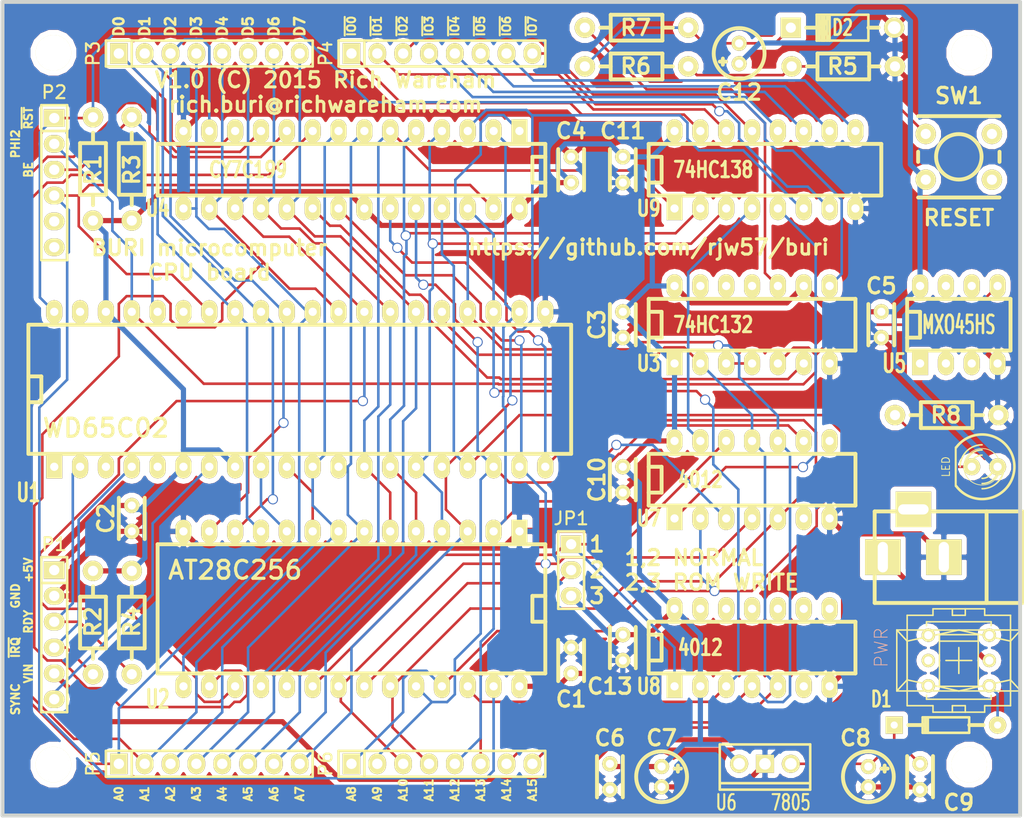
<source format=kicad_pcb>
(kicad_pcb (version 3) (host pcbnew "(2014-jan-25)-product")
  (layers (15 F.Cu signal) (0 B.Cu signal) (18 B.Paste user) (19 F.Paste user) (20 B.SilkS user) (21 F.SilkS user) (22 B.Mask user) (23 F.Mask user) (28 Edge.Cuts user))
  (net 0 "")
  (net 1 GND)
  (net 2 "/Address Decode/~ROMSEL")
  (net 3 /~ROMOE)
  (net 4 A0)
  (net 5 A1)
  (net 6 A2)
  (net 7 A3)
  (net 8 A4)
  (net 9 A5)
  (net 10 A6)
  (net 11 A7)
  (net 12 A8)
  (net 13 A9)
  (net 14 A10)
  (net 15 A11)
  (net 16 A12)
  (net 17 A13)
  (net 18 A14)
  (net 19 A15)
  (net 20 SYNC)
  (net 21 ~IRQ)
  (net 22 RDY)
  (net 23 ~RST)
  (net 24 PHI2)
  (net 25 BE)
  (net 26 R/~W)
  (net 27 "Net-(R5-Pad1)")
  (net 28 "Net-(C8-Pad1)")
  (net 29 "Net-(C12-Pad2)")
  (net 30 VIN)
  (net 31 "Net-(D1-Pad1)")
  (net 32 D0)
  (net 33 D1)
  (net 34 D2)
  (net 35 D3)
  (net 36 D4)
  (net 37 D5)
  (net 38 D6)
  (net 39 D7)
  (net 40 "Net-(U3-Pad3)")
  (net 41 ~IO0)
  (net 42 ~IO1)
  (net 43 ~IO2)
  (net 44 ~IO3)
  (net 45 ~IO4)
  (net 46 ~IO5)
  (net 47 ~IO6)
  (net 48 ~IO7)
  (net 49 "Net-(R7-Pad1)")
  (net 50 /~RAMCE)
  (net 51 "Net-(U7-Pad1)")
  (net 52 "Net-(U7-Pad13)")
  (net 53 +5V)
  (net 54 "Net-(D3-Pad2)")
  (module Capacitors_ThroughHole:Capacitor4x3RM2.5 (layer F.Cu) (at 143.51 133.35 90)
    (fp_text reference C1 (at -2.54 0 180) (layer F.SilkS) (effects (font (thickness 0.3048))))
    (fp_text value 10nF hide)
    (pad 1 thru_hole circle (at 0 0 90) (size 1.50114 1.50114) (drill 0.8001) (layers *.Cu *.Mask F.SilkS) (net 53 +5V))
    (pad 2 thru_hole circle (at 2.54 0 90) (size 1.50114 1.50114) (drill 0.8001) (layers *.Cu *.Mask F.SilkS) (net 1 GND))
  )
  (module Capacitors_ThroughHole:Capacitor4x3RM2.5 (layer F.Cu) (at 100.33 116.84 270)
    (fp_text reference C2 (at 1.27 2.54 270) (layer F.SilkS) (effects (font (thickness 0.3048))))
    (fp_text value 10nF hide)
    (pad 1 thru_hole circle (at 0 0 270) (size 1.50114 1.50114) (drill 0.8001) (layers *.Cu *.Mask F.SilkS) (net 53 +5V))
    (pad 2 thru_hole circle (at 2.54 0 270) (size 1.50114 1.50114) (drill 0.8001) (layers *.Cu *.Mask F.SilkS) (net 1 GND))
  )
  (module Capacitors_ThroughHole:Capacitor4x3RM2.5 (layer F.Cu) (at 148.59 97.79 270)
    (fp_text reference C3 (at 1.27 2.54 270) (layer F.SilkS) (effects (font (thickness 0.3048))))
    (fp_text value 10nF hide)
    (pad 1 thru_hole circle (at 0 0 270) (size 1.50114 1.50114) (drill 0.8001) (layers *.Cu *.Mask F.SilkS) (net 53 +5V))
    (pad 2 thru_hole circle (at 2.54 0 270) (size 1.50114 1.50114) (drill 0.8001) (layers *.Cu *.Mask F.SilkS) (net 1 GND))
  )
  (module Capacitors_ThroughHole:Capacitor4x3RM2.5 (layer F.Cu) (at 143.51 85.09 90)
    (fp_text reference C4 (at 5.08 0 180) (layer F.SilkS) (effects (font (thickness 0.3048))))
    (fp_text value 10nF hide)
    (pad 1 thru_hole circle (at 0 0 90) (size 1.50114 1.50114) (drill 0.8001) (layers *.Cu *.Mask F.SilkS) (net 53 +5V))
    (pad 2 thru_hole circle (at 2.54 0 90) (size 1.50114 1.50114) (drill 0.8001) (layers *.Cu *.Mask F.SilkS) (net 1 GND))
  )
  (module Capacitors_ThroughHole:Capacitor4x3RM2.5 (layer F.Cu) (at 173.99 97.79 270)
    (fp_text reference C5 (at -2.54 0 360) (layer F.SilkS) (effects (font (thickness 0.3048))))
    (fp_text value 10nF hide)
    (pad 1 thru_hole circle (at 0 0 270) (size 1.50114 1.50114) (drill 0.8001) (layers *.Cu *.Mask F.SilkS) (net 53 +5V))
    (pad 2 thru_hole circle (at 2.54 0 270) (size 1.50114 1.50114) (drill 0.8001) (layers *.Cu *.Mask F.SilkS) (net 1 GND))
  )
  (module Capacitors_Elko_ThroughHole:Elko_vert_DM5_RM2 (layer F.Cu) (at 152.4 143.51 270)
    (fp_text reference C7 (at -3.81 0 360) (layer F.SilkS) (effects (font (thickness 0.3048))))
    (fp_text value 10nF hide)
    (fp_line (start -0.8001 -1.6002) (end -0.8001 -1.30048) (layer F.Cu) (width 0.381))
    (fp_line (start -0.8001 -1.6002) (end -0.50038 -1.6002) (layer F.Cu) (width 0.381))
    (fp_line (start -1.09982 -1.6002) (end -0.8001 -1.6002) (layer F.Cu) (width 0.381))
    (fp_line (start -0.8001 -1.6002) (end -0.8001 -1.89992) (layer F.Cu) (width 0.381))
    (pad 1 thru_hole circle (at -1.00076 0 270) (size 1.48082 1.48082) (drill 0.8001) (layers *.Cu *.Mask F.SilkS) (net 53 +5V))
    (pad 2 thru_hole circle (at 1.00076 0 270) (size 1.48082 1.48082) (drill 0.8001) (layers *.Cu *.Mask F.SilkS) (net 1 GND))
  )
  (module Capacitors_Elko_ThroughHole:Elko_vert_DM5_RM2 (layer F.Cu) (at 172.72 143.51 270)
    (fp_text reference C8 (at -3.81 1.27 360) (layer F.SilkS) (effects (font (thickness 0.3048))))
    (fp_text value 4.7uF hide)
    (fp_line (start -0.8001 -1.6002) (end -0.8001 -1.30048) (layer F.Cu) (width 0.381))
    (fp_line (start -0.8001 -1.6002) (end -0.50038 -1.6002) (layer F.Cu) (width 0.381))
    (fp_line (start -1.09982 -1.6002) (end -0.8001 -1.6002) (layer F.Cu) (width 0.381))
    (fp_line (start -0.8001 -1.6002) (end -0.8001 -1.89992) (layer F.Cu) (width 0.381))
    (pad 1 thru_hole circle (at -1.00076 0 270) (size 1.48082 1.48082) (drill 0.8001) (layers *.Cu *.Mask F.SilkS) (net 28 "Net-(C8-Pad1)"))
    (pad 2 thru_hole circle (at 1.00076 0 270) (size 1.48082 1.48082) (drill 0.8001) (layers *.Cu *.Mask F.SilkS) (net 1 GND))
  )
  (module Capacitors_ThroughHole:Capacitor4x3RM2.5 (layer F.Cu) (at 177.8 142.24 270)
    (fp_text reference C9 (at 3.81 -3.81 360) (layer F.SilkS) (effects (font (thickness 0.3048))))
    (fp_text value 10nF hide)
    (pad 1 thru_hole circle (at 0 0 270) (size 1.50114 1.50114) (drill 0.8001) (layers *.Cu *.Mask F.SilkS) (net 28 "Net-(C8-Pad1)"))
    (pad 2 thru_hole circle (at 2.54 0 270) (size 1.50114 1.50114) (drill 0.8001) (layers *.Cu *.Mask F.SilkS) (net 1 GND))
  )
  (module Capacitors_ThroughHole:Capacitor4x3RM2.5 (layer F.Cu) (at 148.59 113.03 270)
    (fp_text reference C10 (at 1.27 2.54 450) (layer F.SilkS) (effects (font (thickness 0.3048))))
    (fp_text value 10nF hide)
    (pad 1 thru_hole circle (at 0 0 270) (size 1.50114 1.50114) (drill 0.8001) (layers *.Cu *.Mask F.SilkS) (net 53 +5V))
    (pad 2 thru_hole circle (at 2.54 0 270) (size 1.50114 1.50114) (drill 0.8001) (layers *.Cu *.Mask F.SilkS) (net 1 GND))
  )
  (module Capacitors_ThroughHole:Capacitor4x3RM2.5 (layer F.Cu) (at 148.59 82.55 270)
    (fp_text reference C11 (at -2.54 0 360) (layer F.SilkS) (effects (font (thickness 0.3048))))
    (fp_text value 10nF hide)
    (pad 1 thru_hole circle (at 0 0 270) (size 1.50114 1.50114) (drill 0.8001) (layers *.Cu *.Mask F.SilkS) (net 53 +5V))
    (pad 2 thru_hole circle (at 2.54 0 270) (size 1.50114 1.50114) (drill 0.8001) (layers *.Cu *.Mask F.SilkS) (net 1 GND))
  )
  (module Diodes_ThroughHole:Diode_DO-35_SOD27_Horizontal_RM10 (layer F.Cu) (at 180.34 138.43 180)
    (fp_text reference D1 (at 6.35 2.54 180) (layer F.SilkS) (effects (font (size 1.524 1.016) (thickness 0.254))))
    (fp_text value 1N4001 hide)
    (pad 1 thru_hole circle (at -5.08 0 180) (size 1.69926 1.69926) (drill 0.70104) (layers *.Cu *.Mask F.SilkS) (net 31 "Net-(D1-Pad1)"))
    (pad 2 thru_hole rect (at 5.08 0 180) (size 1.69926 1.69926) (drill 0.70104) (layers *.Cu *.Mask F.SilkS) (net 28 "Net-(C8-Pad1)"))
  )
  (module Pin_Headers:Pin_Header_Straight_1x03 (layer F.Cu) (at 143.51 123.19 270)
    (fp_text reference JP1 (at -5.08 0 360) (layer F.SilkS) (effects (font (size 1.27 1.27) (thickness 0.2032))))
    (fp_text value "ROM PROGRAMMABLE" hide)
    (pad 1 thru_hole rect (at -2.54 0 270) (size 1.7272 2.032) (drill 1.016) (layers *.Cu *.Mask F.SilkS) (net 2 "/Address Decode/~ROMSEL"))
    (pad 2 thru_hole oval (at 0 0 270) (size 1.7272 2.032) (drill 1.016) (layers *.Cu *.Mask F.SilkS) (net 3 /~ROMOE))
    (pad 3 thru_hole oval (at 2.54 0 270) (size 1.7272 2.032) (drill 1.016) (layers *.Cu *.Mask F.SilkS) (net 53 +5V))
  )
  (module Resistors_ThroughHole:Resistor_Horizontal_RM10mm (layer F.Cu) (at 96.52 83.82 90)
    (fp_text reference R1 (at 0 0 90) (layer F.SilkS) (effects (font (thickness 0.3048))))
    (fp_text value 10K hide)
    (pad 1 thru_hole circle (at -5.00126 0 90) (size 1.99898 1.99898) (drill 1.00076) (layers *.Cu *.Mask F.SilkS) (net 53 +5V))
    (pad 2 thru_hole circle (at 5.15874 0 90) (size 1.99898 1.99898) (drill 1.00076) (layers *.Cu *.Mask F.SilkS) (net 23 ~RST))
  )
  (module Resistors_ThroughHole:Resistor_Horizontal_RM10mm (layer F.Cu) (at 96.52 128.27 270)
    (fp_text reference R2 (at 0 0 270) (layer F.SilkS) (effects (font (thickness 0.3048))))
    (fp_text value 10K hide)
    (pad 1 thru_hole circle (at -5.00126 0 270) (size 1.99898 1.99898) (drill 1.00076) (layers *.Cu *.Mask F.SilkS) (net 53 +5V))
    (pad 2 thru_hole circle (at 5.15874 0 270) (size 1.99898 1.99898) (drill 1.00076) (layers *.Cu *.Mask F.SilkS) (net 21 ~IRQ))
  )
  (module Resistors_ThroughHole:Resistor_Horizontal_RM10mm (layer F.Cu) (at 100.33 83.82 90)
    (fp_text reference R3 (at 0 0 90) (layer F.SilkS) (effects (font (thickness 0.3048))))
    (fp_text value 10K hide)
    (pad 1 thru_hole circle (at -5.00126 0 90) (size 1.99898 1.99898) (drill 1.00076) (layers *.Cu *.Mask F.SilkS) (net 53 +5V))
    (pad 2 thru_hole circle (at 5.15874 0 90) (size 1.99898 1.99898) (drill 1.00076) (layers *.Cu *.Mask F.SilkS) (net 25 BE))
  )
  (module Resistors_ThroughHole:Resistor_Horizontal_RM10mm (layer F.Cu) (at 100.33 128.27 270)
    (fp_text reference R4 (at 0 0 450) (layer F.SilkS) (effects (font (thickness 0.3048))))
    (fp_text value 10K hide)
    (pad 1 thru_hole circle (at -5.00126 0 270) (size 1.99898 1.99898) (drill 1.00076) (layers *.Cu *.Mask F.SilkS) (net 53 +5V))
    (pad 2 thru_hole circle (at 5.15874 0 270) (size 1.99898 1.99898) (drill 1.00076) (layers *.Cu *.Mask F.SilkS) (net 22 RDY))
  )
  (module Resistors_ThroughHole:Resistor_Horizontal_RM10mm (layer F.Cu) (at 170.18 73.66)
    (fp_text reference R5 (at 0 0) (layer F.SilkS) (effects (font (thickness 0.3048))))
    (fp_text value 47K hide)
    (pad 1 thru_hole circle (at -5.00126 0) (size 1.99898 1.99898) (drill 1.00076) (layers *.Cu *.Mask F.SilkS) (net 27 "Net-(R5-Pad1)"))
    (pad 2 thru_hole circle (at 5.15874 0) (size 1.99898 1.99898) (drill 1.00076) (layers *.Cu *.Mask F.SilkS) (net 1 GND))
  )
  (module Resistors_ThroughHole:Resistor_Horizontal_RM10mm (layer F.Cu) (at 149.86 73.66)
    (fp_text reference R6 (at 0 0) (layer F.SilkS) (effects (font (thickness 0.3048))))
    (fp_text value 10K hide)
    (pad 1 thru_hole circle (at -5.00126 0) (size 1.99898 1.99898) (drill 1.00076) (layers *.Cu *.Mask F.SilkS) (net 29 "Net-(C12-Pad2)"))
    (pad 2 thru_hole circle (at 5.15874 0) (size 1.99898 1.99898) (drill 1.00076) (layers *.Cu *.Mask F.SilkS) (net 27 "Net-(R5-Pad1)"))
  )
  (module Resistors_ThroughHole:Resistor_Horizontal_RM10mm (layer F.Cu) (at 149.86 69.85)
    (fp_text reference R7 (at 0 0) (layer F.SilkS) (effects (font (thickness 0.3048))))
    (fp_text value 10K hide)
    (pad 1 thru_hole circle (at -5.00126 0) (size 1.99898 1.99898) (drill 1.00076) (layers *.Cu *.Mask F.SilkS) (net 49 "Net-(R7-Pad1)"))
    (pad 2 thru_hole circle (at 5.15874 0) (size 1.99898 1.99898) (drill 1.00076) (layers *.Cu *.Mask F.SilkS) (net 29 "Net-(C12-Pad2)"))
  )
  (module IHeartKiCad:SW_M6_PTH (layer F.Cu) (at 181.61 82.55)
    (fp_text reference SW1 (at 0 -5.99948) (layer F.SilkS) (effects (font (thickness 0.3048))))
    (fp_text value RESET (at 0 5.99948) (layer F.SilkS) (effects (font (thickness 0.3048))))
    (pad 3 thru_hole circle (at 3.2512 -2.25044) (size 1.99898 1.99898) (drill 1.00076) (layers *.Cu *.Mask F.SilkS))
    (pad 1 thru_hole circle (at -3.2512 -2.25044) (size 1.99898 1.99898) (drill 1.00076) (layers *.Cu *.Mask F.SilkS) (net 27 "Net-(R5-Pad1)"))
    (pad 2 thru_hole circle (at -3.2512 2.25044) (size 1.99898 1.99898) (drill 1.00076) (layers *.Cu *.Mask F.SilkS) (net 53 +5V))
    (pad 4 thru_hole circle (at 3.2512 2.25044) (size 1.99898 1.99898) (drill 1.00076) (layers *.Cu *.Mask F.SilkS))
  )
  (module Capacitors_ThroughHole:Capacitor4x3RM2.5 (layer F.Cu) (at 147.32 142.24 270)
    (fp_text reference C6 (at -2.54 0 360) (layer F.SilkS) (effects (font (thickness 0.3048))))
    (fp_text value 4.7uF hide)
    (pad 1 thru_hole circle (at 0 0 270) (size 1.50114 1.50114) (drill 0.8001) (layers *.Cu *.Mask F.SilkS) (net 53 +5V))
    (pad 2 thru_hole circle (at 2.54 0 270) (size 1.50114 1.50114) (drill 0.8001) (layers *.Cu *.Mask F.SilkS) (net 1 GND))
  )
  (module Capacitors_Elko_ThroughHole:Elko_vert_DM5_RM2 (layer F.Cu) (at 160.02 72.39 90)
    (fp_text reference C12 (at -3.81 0 180) (layer F.SilkS) (effects (font (thickness 0.3048))))
    (fp_text value 4.7uF hide)
    (fp_line (start -0.8001 -1.6002) (end -0.8001 -1.30048) (layer F.Cu) (width 0.381))
    (fp_line (start -0.8001 -1.6002) (end -0.50038 -1.6002) (layer F.Cu) (width 0.381))
    (fp_line (start -1.09982 -1.6002) (end -0.8001 -1.6002) (layer F.Cu) (width 0.381))
    (fp_line (start -0.8001 -1.6002) (end -0.8001 -1.89992) (layer F.Cu) (width 0.381))
    (pad 1 thru_hole circle (at -1.00076 0 90) (size 1.48082 1.48082) (drill 0.8001) (layers *.Cu *.Mask F.SilkS) (net 53 +5V))
    (pad 2 thru_hole circle (at 1.00076 0 90) (size 1.48082 1.48082) (drill 0.8001) (layers *.Cu *.Mask F.SilkS) (net 29 "Net-(C12-Pad2)"))
  )
  (module Diodes_ThroughHole:Diode_DO-41_SOD81_Horizontal_RM10 (layer F.Cu) (at 170.18 69.85 180)
    (fp_text reference D2 (at 0 0 180) (layer F.SilkS) (effects (font (size 1.524 1.016) (thickness 0.254))))
    (fp_text value 1N4148 hide)
    (pad 1 thru_hole circle (at -5.08 0 180) (size 1.99898 1.99898) (drill 1.27) (layers *.Cu *.Mask F.SilkS) (net 1 GND))
    (pad 2 thru_hole rect (at 5.08 0 180) (size 1.99898 1.99898) (drill 1.00076) (layers *.Cu *.Mask F.SilkS) (net 29 "Net-(C12-Pad2)"))
  )
  (module Socket_Strips:Socket_Strip_Straight_1x08 (layer F.Cu) (at 107.95 72.39)
    (fp_text reference P3 (at -11.43 0 90) (layer F.SilkS) (effects (font (size 1.27 1.27) (thickness 0.2032))))
    (fp_text value DATA hide)
    (pad 1 thru_hole rect (at -8.89 0) (size 1.7272 2.032) (drill 1.016) (layers *.Cu *.Mask F.SilkS) (net 32 D0))
    (pad 2 thru_hole oval (at -6.35 0) (size 1.7272 2.032) (drill 1.016) (layers *.Cu *.Mask F.SilkS) (net 33 D1))
    (pad 3 thru_hole oval (at -3.81 0) (size 1.7272 2.032) (drill 1.016) (layers *.Cu *.Mask F.SilkS) (net 34 D2))
    (pad 4 thru_hole oval (at -1.27 0) (size 1.7272 2.032) (drill 1.016) (layers *.Cu *.Mask F.SilkS) (net 35 D3))
    (pad 5 thru_hole oval (at 1.27 0) (size 1.7272 2.032) (drill 1.016) (layers *.Cu *.Mask F.SilkS) (net 36 D4))
    (pad 6 thru_hole oval (at 3.81 0) (size 1.7272 2.032) (drill 1.016) (layers *.Cu *.Mask F.SilkS) (net 37 D5))
    (pad 7 thru_hole oval (at 6.35 0) (size 1.7272 2.032) (drill 1.016) (layers *.Cu *.Mask F.SilkS) (net 38 D6))
    (pad 8 thru_hole oval (at 8.89 0) (size 1.7272 2.032) (drill 1.016) (layers *.Cu *.Mask F.SilkS) (net 39 D7))
  )
  (module Connect:BARREL_JACK (layer F.Cu) (at 180.34 121.92 180)
    (fp_text reference CON1 hide)
    (fp_text value BARREL_JACK hide)
    (pad 1 thru_hole rect (at 6.20014 0 180) (size 3.50012 3.50012) (drill oval 1.00076 2.99974) (layers *.Cu *.Mask F.SilkS) (net 30 VIN))
    (pad 2 thru_hole rect (at 0.20066 0 180) (size 3.50012 3.50012) (drill oval 1.00076 2.99974) (layers *.Cu *.Mask F.SilkS) (net 1 GND))
    (pad 3 thru_hole rect (at 3.2004 4.699 180) (size 3.50012 3.50012) (drill oval 2.99974 1.00076) (layers *.Cu *.Mask F.SilkS))
  )
  (module Socket_Strips:Socket_Strip_Straight_1x06 (layer F.Cu) (at 92.71 129.54 270)
    (fp_text reference P1 (at -8.89 0 360) (layer F.SilkS) (effects (font (size 1.27 1.27) (thickness 0.2032))))
    (fp_text value CTRL1 hide)
    (pad 1 thru_hole rect (at -6.35 0 270) (size 1.7272 2.032) (drill 1.016) (layers *.Cu *.Mask F.SilkS) (net 53 +5V))
    (pad 2 thru_hole oval (at -3.81 0 270) (size 1.7272 2.032) (drill 1.016) (layers *.Cu *.Mask F.SilkS) (net 1 GND))
    (pad 3 thru_hole oval (at -1.27 0 270) (size 1.7272 2.032) (drill 1.016) (layers *.Cu *.Mask F.SilkS) (net 22 RDY))
    (pad 4 thru_hole oval (at 1.27 0 270) (size 1.7272 2.032) (drill 1.016) (layers *.Cu *.Mask F.SilkS) (net 21 ~IRQ))
    (pad 5 thru_hole oval (at 3.81 0 270) (size 1.7272 2.032) (drill 1.016) (layers *.Cu *.Mask F.SilkS) (net 30 VIN))
    (pad 6 thru_hole oval (at 6.35 0 270) (size 1.7272 2.032) (drill 1.016) (layers *.Cu *.Mask F.SilkS) (net 20 SYNC))
  )
  (module Socket_Strips:Socket_Strip_Straight_1x06 (layer F.Cu) (at 92.71 85.09 270)
    (fp_text reference P2 (at -8.89 0 360) (layer F.SilkS) (effects (font (size 1.27 1.27) (thickness 0.2032))))
    (fp_text value CTRL2 hide)
    (pad 1 thru_hole rect (at -6.35 0 270) (size 1.7272 2.032) (drill 1.016) (layers *.Cu *.Mask F.SilkS) (net 23 ~RST))
    (pad 2 thru_hole oval (at -3.81 0 270) (size 1.7272 2.032) (drill 1.016) (layers *.Cu *.Mask F.SilkS) (net 24 PHI2))
    (pad 3 thru_hole oval (at -1.27 0 270) (size 1.7272 2.032) (drill 1.016) (layers *.Cu *.Mask F.SilkS) (net 25 BE))
    (pad 4 thru_hole oval (at 1.27 0 270) (size 1.7272 2.032) (drill 1.016) (layers *.Cu *.Mask F.SilkS) (net 26 R/~W))
    (pad 5 thru_hole oval (at 3.81 0 270) (size 1.7272 2.032) (drill 1.016) (layers *.Cu *.Mask F.SilkS))
    (pad 6 thru_hole oval (at 6.35 0 270) (size 1.7272 2.032) (drill 1.016) (layers *.Cu *.Mask F.SilkS))
  )
  (module Socket_Strips:Socket_Strip_Straight_1x08 (layer F.Cu) (at 130.81 72.39)
    (fp_text reference P4 (at -11.43 0 90) (layer F.SilkS) (effects (font (size 1.27 1.27) (thickness 0.2032))))
    (fp_text value IO hide)
    (pad 1 thru_hole rect (at -8.89 0) (size 1.7272 2.032) (drill 1.016) (layers *.Cu *.Mask F.SilkS) (net 41 ~IO0))
    (pad 2 thru_hole oval (at -6.35 0) (size 1.7272 2.032) (drill 1.016) (layers *.Cu *.Mask F.SilkS) (net 42 ~IO1))
    (pad 3 thru_hole oval (at -3.81 0) (size 1.7272 2.032) (drill 1.016) (layers *.Cu *.Mask F.SilkS) (net 43 ~IO2))
    (pad 4 thru_hole oval (at -1.27 0) (size 1.7272 2.032) (drill 1.016) (layers *.Cu *.Mask F.SilkS) (net 44 ~IO3))
    (pad 5 thru_hole oval (at 1.27 0) (size 1.7272 2.032) (drill 1.016) (layers *.Cu *.Mask F.SilkS) (net 45 ~IO4))
    (pad 6 thru_hole oval (at 3.81 0) (size 1.7272 2.032) (drill 1.016) (layers *.Cu *.Mask F.SilkS) (net 46 ~IO5))
    (pad 7 thru_hole oval (at 6.35 0) (size 1.7272 2.032) (drill 1.016) (layers *.Cu *.Mask F.SilkS) (net 47 ~IO6))
    (pad 8 thru_hole oval (at 8.89 0) (size 1.7272 2.032) (drill 1.016) (layers *.Cu *.Mask F.SilkS) (net 48 ~IO7))
  )
  (module Socket_Strips:Socket_Strip_Straight_1x08 (layer F.Cu) (at 107.95 142.24)
    (fp_text reference P5 (at -11.43 0 90) (layer F.SilkS) (effects (font (size 1.27 1.27) (thickness 0.2032))))
    (fp_text value ADDR1 hide)
    (pad 1 thru_hole rect (at -8.89 0) (size 1.7272 2.032) (drill 1.016) (layers *.Cu *.Mask F.SilkS) (net 4 A0))
    (pad 2 thru_hole oval (at -6.35 0) (size 1.7272 2.032) (drill 1.016) (layers *.Cu *.Mask F.SilkS) (net 5 A1))
    (pad 3 thru_hole oval (at -3.81 0) (size 1.7272 2.032) (drill 1.016) (layers *.Cu *.Mask F.SilkS) (net 6 A2))
    (pad 4 thru_hole oval (at -1.27 0) (size 1.7272 2.032) (drill 1.016) (layers *.Cu *.Mask F.SilkS) (net 7 A3))
    (pad 5 thru_hole oval (at 1.27 0) (size 1.7272 2.032) (drill 1.016) (layers *.Cu *.Mask F.SilkS) (net 8 A4))
    (pad 6 thru_hole oval (at 3.81 0) (size 1.7272 2.032) (drill 1.016) (layers *.Cu *.Mask F.SilkS) (net 9 A5))
    (pad 7 thru_hole oval (at 6.35 0) (size 1.7272 2.032) (drill 1.016) (layers *.Cu *.Mask F.SilkS) (net 10 A6))
    (pad 8 thru_hole oval (at 8.89 0) (size 1.7272 2.032) (drill 1.016) (layers *.Cu *.Mask F.SilkS) (net 11 A7))
  )
  (module Socket_Strips:Socket_Strip_Straight_1x08 (layer F.Cu) (at 130.81 142.24)
    (fp_text reference P6 (at -11.43 0 90) (layer F.SilkS) (effects (font (size 1.27 1.27) (thickness 0.2032))))
    (fp_text value ADDR2 hide)
    (pad 1 thru_hole rect (at -8.89 0) (size 1.7272 2.032) (drill 1.016) (layers *.Cu *.Mask F.SilkS) (net 12 A8))
    (pad 2 thru_hole oval (at -6.35 0) (size 1.7272 2.032) (drill 1.016) (layers *.Cu *.Mask F.SilkS) (net 13 A9))
    (pad 3 thru_hole oval (at -3.81 0) (size 1.7272 2.032) (drill 1.016) (layers *.Cu *.Mask F.SilkS) (net 14 A10))
    (pad 4 thru_hole oval (at -1.27 0) (size 1.7272 2.032) (drill 1.016) (layers *.Cu *.Mask F.SilkS) (net 15 A11))
    (pad 5 thru_hole oval (at 1.27 0) (size 1.7272 2.032) (drill 1.016) (layers *.Cu *.Mask F.SilkS) (net 16 A12))
    (pad 6 thru_hole oval (at 3.81 0) (size 1.7272 2.032) (drill 1.016) (layers *.Cu *.Mask F.SilkS) (net 17 A13))
    (pad 7 thru_hole oval (at 6.35 0) (size 1.7272 2.032) (drill 1.016) (layers *.Cu *.Mask F.SilkS) (net 18 A14))
    (pad 8 thru_hole oval (at 8.89 0) (size 1.7272 2.032) (drill 1.016) (layers *.Cu *.Mask F.SilkS) (net 19 A15))
  )
  (module Sockets_DIP:DIP-40__600_ELL (layer F.Cu) (at 116.84 105.41)
    (fp_text reference U1 (at -26.67 10.16) (layer F.SilkS) (effects (font (size 1.778 1.143) (thickness 0.3048))))
    (fp_text value WD65C02 (at -19.05 3.81) (layer F.SilkS) (effects (font (size 1.778 1.778) (thickness 0.3048))))
    (pad 1 thru_hole rect (at -24.13 7.62) (size 1.5748 2.286) (drill 0.8128) (layers *.Cu *.Mask F.SilkS))
    (pad 2 thru_hole oval (at -21.59 7.62) (size 1.5748 2.286) (drill 0.8128) (layers *.Cu *.Mask F.SilkS) (net 22 RDY))
    (pad 3 thru_hole oval (at -19.05 7.62) (size 1.5748 2.286) (drill 0.8128) (layers *.Cu *.Mask F.SilkS))
    (pad 4 thru_hole oval (at -16.51 7.62) (size 1.5748 2.286) (drill 0.8128) (layers *.Cu *.Mask F.SilkS) (net 21 ~IRQ))
    (pad 5 thru_hole oval (at -13.97 7.62) (size 1.5748 2.286) (drill 0.8128) (layers *.Cu *.Mask F.SilkS))
    (pad 6 thru_hole oval (at -11.43 7.62) (size 1.5748 2.286) (drill 0.8128) (layers *.Cu *.Mask F.SilkS) (net 53 +5V))
    (pad 7 thru_hole oval (at -8.89 7.62) (size 1.5748 2.286) (drill 0.8128) (layers *.Cu *.Mask F.SilkS) (net 20 SYNC))
    (pad 8 thru_hole oval (at -6.35 7.62) (size 1.5748 2.286) (drill 0.8128) (layers *.Cu *.Mask F.SilkS) (net 53 +5V))
    (pad 9 thru_hole oval (at -3.81 7.62) (size 1.5748 2.286) (drill 0.8128) (layers *.Cu *.Mask F.SilkS) (net 4 A0))
    (pad 10 thru_hole oval (at -1.27 7.62) (size 1.5748 2.286) (drill 0.8128) (layers *.Cu *.Mask F.SilkS) (net 5 A1))
    (pad 11 thru_hole oval (at 1.27 7.62) (size 1.5748 2.286) (drill 0.8128) (layers *.Cu *.Mask F.SilkS) (net 6 A2))
    (pad 12 thru_hole oval (at 3.81 7.62) (size 1.5748 2.286) (drill 0.8128) (layers *.Cu *.Mask F.SilkS) (net 7 A3))
    (pad 13 thru_hole oval (at 6.35 7.62) (size 1.5748 2.286) (drill 0.8128) (layers *.Cu *.Mask F.SilkS) (net 8 A4))
    (pad 14 thru_hole oval (at 8.89 7.62) (size 1.5748 2.286) (drill 0.8128) (layers *.Cu *.Mask F.SilkS) (net 9 A5))
    (pad 15 thru_hole oval (at 11.43 7.62) (size 1.5748 2.286) (drill 0.8128) (layers *.Cu *.Mask F.SilkS) (net 10 A6))
    (pad 16 thru_hole oval (at 13.97 7.62) (size 1.5748 2.286) (drill 0.8128) (layers *.Cu *.Mask F.SilkS) (net 11 A7))
    (pad 17 thru_hole oval (at 16.51 7.62) (size 1.5748 2.286) (drill 0.8128) (layers *.Cu *.Mask F.SilkS) (net 12 A8))
    (pad 18 thru_hole oval (at 19.05 7.62) (size 1.5748 2.286) (drill 0.8128) (layers *.Cu *.Mask F.SilkS) (net 13 A9))
    (pad 19 thru_hole oval (at 21.59 7.62) (size 1.5748 2.286) (drill 0.8128) (layers *.Cu *.Mask F.SilkS) (net 14 A10))
    (pad 20 thru_hole oval (at 24.13 7.62) (size 1.5748 2.286) (drill 0.8128) (layers *.Cu *.Mask F.SilkS) (net 15 A11))
    (pad 21 thru_hole oval (at 24.13 -7.62) (size 1.5748 2.286) (drill 0.8128) (layers *.Cu *.Mask F.SilkS) (net 1 GND))
    (pad 22 thru_hole oval (at 21.59 -7.62) (size 1.5748 2.286) (drill 0.8128) (layers *.Cu *.Mask F.SilkS) (net 16 A12))
    (pad 23 thru_hole oval (at 19.05 -7.62) (size 1.5748 2.286) (drill 0.8128) (layers *.Cu *.Mask F.SilkS) (net 17 A13))
    (pad 24 thru_hole oval (at 16.51 -7.62) (size 1.5748 2.286) (drill 0.8128) (layers *.Cu *.Mask F.SilkS) (net 18 A14))
    (pad 25 thru_hole oval (at 13.97 -7.62) (size 1.5748 2.286) (drill 0.8128) (layers *.Cu *.Mask F.SilkS) (net 19 A15))
    (pad 26 thru_hole oval (at 11.43 -7.62) (size 1.5748 2.286) (drill 0.8128) (layers *.Cu *.Mask F.SilkS) (net 39 D7))
    (pad 27 thru_hole oval (at 8.89 -7.62) (size 1.5748 2.286) (drill 0.8128) (layers *.Cu *.Mask F.SilkS) (net 38 D6))
    (pad 28 thru_hole oval (at 6.35 -7.62) (size 1.5748 2.286) (drill 0.8128) (layers *.Cu *.Mask F.SilkS) (net 37 D5))
    (pad 29 thru_hole oval (at 3.81 -7.62) (size 1.5748 2.286) (drill 0.8128) (layers *.Cu *.Mask F.SilkS) (net 36 D4))
    (pad 30 thru_hole oval (at 1.27 -7.62) (size 1.5748 2.286) (drill 0.8128) (layers *.Cu *.Mask F.SilkS) (net 35 D3))
    (pad 31 thru_hole oval (at -1.27 -7.62) (size 1.5748 2.286) (drill 0.8128) (layers *.Cu *.Mask F.SilkS) (net 34 D2))
    (pad 32 thru_hole oval (at -3.81 -7.62) (size 1.5748 2.286) (drill 0.8128) (layers *.Cu *.Mask F.SilkS) (net 33 D1))
    (pad 33 thru_hole oval (at -6.35 -7.62) (size 1.5748 2.286) (drill 0.8128) (layers *.Cu *.Mask F.SilkS) (net 32 D0))
    (pad 34 thru_hole oval (at -8.89 -7.62) (size 1.5748 2.286) (drill 0.8128) (layers *.Cu *.Mask F.SilkS) (net 26 R/~W))
    (pad 35 thru_hole oval (at -11.43 -7.62) (size 1.5748 2.286) (drill 0.8128) (layers *.Cu *.Mask F.SilkS))
    (pad 36 thru_hole oval (at -13.97 -7.62) (size 1.5748 2.286) (drill 0.8128) (layers *.Cu *.Mask F.SilkS) (net 25 BE))
    (pad 37 thru_hole oval (at -16.51 -7.62) (size 1.5748 2.286) (drill 0.8128) (layers *.Cu *.Mask F.SilkS) (net 24 PHI2))
    (pad 38 thru_hole oval (at -19.05 -7.62) (size 1.5748 2.286) (drill 0.8128) (layers *.Cu *.Mask F.SilkS) (net 53 +5V))
    (pad 39 thru_hole oval (at -21.59 -7.62) (size 1.5748 2.286) (drill 0.8128) (layers *.Cu *.Mask F.SilkS))
    (pad 40 thru_hole oval (at -24.13 -7.62) (size 1.5748 2.286) (drill 0.8128) (layers *.Cu *.Mask F.SilkS) (net 23 ~RST))
  )
  (module Sockets_DIP:DIP-28__600_ELL (layer F.Cu) (at 121.92 127 180)
    (fp_text reference U2 (at 19.05 -8.89 180) (layer F.SilkS) (effects (font (size 1.778 1.143) (thickness 0.3048))))
    (fp_text value AT28C256 (at 11.43 3.81 180) (layer F.SilkS) (effects (font (size 1.778 1.778) (thickness 0.3048))))
    (pad 1 thru_hole rect (at -16.51 7.62 180) (size 1.5748 2.286) (drill 0.8128) (layers *.Cu *.Mask F.SilkS) (net 1 GND))
    (pad 2 thru_hole oval (at -13.97 7.62 180) (size 1.5748 2.286) (drill 0.8128) (layers *.Cu *.Mask F.SilkS) (net 16 A12))
    (pad 3 thru_hole oval (at -11.43 7.62 180) (size 1.5748 2.286) (drill 0.8128) (layers *.Cu *.Mask F.SilkS) (net 11 A7))
    (pad 4 thru_hole oval (at -8.89 7.62 180) (size 1.5748 2.286) (drill 0.8128) (layers *.Cu *.Mask F.SilkS) (net 10 A6))
    (pad 5 thru_hole oval (at -6.35 7.62 180) (size 1.5748 2.286) (drill 0.8128) (layers *.Cu *.Mask F.SilkS) (net 9 A5))
    (pad 6 thru_hole oval (at -3.81 7.62 180) (size 1.5748 2.286) (drill 0.8128) (layers *.Cu *.Mask F.SilkS) (net 8 A4))
    (pad 7 thru_hole oval (at -1.27 7.62 180) (size 1.5748 2.286) (drill 0.8128) (layers *.Cu *.Mask F.SilkS) (net 7 A3))
    (pad 8 thru_hole oval (at 1.27 7.62 180) (size 1.5748 2.286) (drill 0.8128) (layers *.Cu *.Mask F.SilkS) (net 6 A2))
    (pad 9 thru_hole oval (at 3.81 7.62 180) (size 1.5748 2.286) (drill 0.8128) (layers *.Cu *.Mask F.SilkS) (net 5 A1))
    (pad 10 thru_hole oval (at 6.35 7.62 180) (size 1.5748 2.286) (drill 0.8128) (layers *.Cu *.Mask F.SilkS) (net 4 A0))
    (pad 11 thru_hole oval (at 8.89 7.62 180) (size 1.5748 2.286) (drill 0.8128) (layers *.Cu *.Mask F.SilkS) (net 32 D0))
    (pad 12 thru_hole oval (at 11.43 7.62 180) (size 1.5748 2.286) (drill 0.8128) (layers *.Cu *.Mask F.SilkS) (net 33 D1))
    (pad 13 thru_hole oval (at 13.97 7.62 180) (size 1.5748 2.286) (drill 0.8128) (layers *.Cu *.Mask F.SilkS) (net 34 D2))
    (pad 14 thru_hole oval (at 16.51 7.62 180) (size 1.5748 2.286) (drill 0.8128) (layers *.Cu *.Mask F.SilkS) (net 1 GND))
    (pad 15 thru_hole oval (at 16.51 -7.62 180) (size 1.5748 2.286) (drill 0.8128) (layers *.Cu *.Mask F.SilkS) (net 35 D3))
    (pad 16 thru_hole oval (at 13.97 -7.62 180) (size 1.5748 2.286) (drill 0.8128) (layers *.Cu *.Mask F.SilkS) (net 36 D4))
    (pad 17 thru_hole oval (at 11.43 -7.62 180) (size 1.5748 2.286) (drill 0.8128) (layers *.Cu *.Mask F.SilkS) (net 37 D5))
    (pad 18 thru_hole oval (at 8.89 -7.62 180) (size 1.5748 2.286) (drill 0.8128) (layers *.Cu *.Mask F.SilkS) (net 38 D6))
    (pad 19 thru_hole oval (at 6.35 -7.62 180) (size 1.5748 2.286) (drill 0.8128) (layers *.Cu *.Mask F.SilkS) (net 39 D7))
    (pad 20 thru_hole oval (at 3.81 -7.62 180) (size 1.5748 2.286) (drill 0.8128) (layers *.Cu *.Mask F.SilkS) (net 2 "/Address Decode/~ROMSEL"))
    (pad 21 thru_hole oval (at 1.27 -7.62 180) (size 1.5748 2.286) (drill 0.8128) (layers *.Cu *.Mask F.SilkS) (net 14 A10))
    (pad 22 thru_hole oval (at -1.27 -7.62 180) (size 1.5748 2.286) (drill 0.8128) (layers *.Cu *.Mask F.SilkS) (net 3 /~ROMOE))
    (pad 23 thru_hole oval (at -3.81 -7.62 180) (size 1.5748 2.286) (drill 0.8128) (layers *.Cu *.Mask F.SilkS) (net 15 A11))
    (pad 24 thru_hole oval (at -6.35 -7.62 180) (size 1.5748 2.286) (drill 0.8128) (layers *.Cu *.Mask F.SilkS) (net 13 A9))
    (pad 25 thru_hole oval (at -8.89 -7.62 180) (size 1.5748 2.286) (drill 0.8128) (layers *.Cu *.Mask F.SilkS) (net 12 A8))
    (pad 26 thru_hole oval (at -11.43 -7.62 180) (size 1.5748 2.286) (drill 0.8128) (layers *.Cu *.Mask F.SilkS) (net 17 A13))
    (pad 27 thru_hole oval (at -13.97 -7.62 180) (size 1.5748 2.286) (drill 0.8128) (layers *.Cu *.Mask F.SilkS) (net 26 R/~W))
    (pad 28 thru_hole oval (at -16.51 -7.62 180) (size 1.5748 2.286) (drill 0.8128) (layers *.Cu *.Mask F.SilkS) (net 53 +5V))
  )
  (module Sockets_DIP:DIP-14__300_ELL (layer F.Cu) (at 161.29 99.06)
    (fp_text reference U3 (at -10.16 3.81) (layer F.SilkS) (effects (font (size 1.524 1.143) (thickness 0.3048))))
    (fp_text value 74HC132 (at -3.81 0) (layer F.SilkS) (effects (font (size 1.524 1.143) (thickness 0.3048))))
    (pad 1 thru_hole rect (at -7.62 3.81) (size 1.5748 2.286) (drill 0.8128) (layers *.Cu *.Mask F.SilkS) (net 53 +5V))
    (pad 2 thru_hole oval (at -5.08 3.81) (size 1.5748 2.286) (drill 0.8128) (layers *.Cu *.Mask F.SilkS) (net 19 A15))
    (pad 3 thru_hole oval (at -2.54 3.81) (size 1.5748 2.286) (drill 0.8128) (layers *.Cu *.Mask F.SilkS) (net 40 "Net-(U3-Pad3)"))
    (pad 4 thru_hole oval (at 0 3.81) (size 1.5748 2.286) (drill 0.8128) (layers *.Cu *.Mask F.SilkS) (net 40 "Net-(U3-Pad3)"))
    (pad 5 thru_hole oval (at 2.54 3.81) (size 1.5748 2.286) (drill 0.8128) (layers *.Cu *.Mask F.SilkS) (net 24 PHI2))
    (pad 6 thru_hole oval (at 5.08 3.81) (size 1.5748 2.286) (drill 0.8128) (layers *.Cu *.Mask F.SilkS) (net 50 /~RAMCE))
    (pad 7 thru_hole oval (at 7.62 3.81) (size 1.5748 2.286) (drill 0.8128) (layers *.Cu *.Mask F.SilkS) (net 1 GND))
    (pad 8 thru_hole oval (at 7.62 -3.81) (size 1.5748 2.286) (drill 0.8128) (layers *.Cu *.Mask F.SilkS) (net 23 ~RST))
    (pad 9 thru_hole oval (at 5.08 -3.81) (size 1.5748 2.286) (drill 0.8128) (layers *.Cu *.Mask F.SilkS) (net 53 +5V))
    (pad 10 thru_hole oval (at 2.54 -3.81) (size 1.5748 2.286) (drill 0.8128) (layers *.Cu *.Mask F.SilkS) (net 49 "Net-(R7-Pad1)"))
    (pad 11 thru_hole oval (at 0 -3.81) (size 1.5748 2.286) (drill 0.8128) (layers *.Cu *.Mask F.SilkS))
    (pad 12 thru_hole oval (at -2.54 -3.81) (size 1.5748 2.286) (drill 0.8128) (layers *.Cu *.Mask F.SilkS))
    (pad 13 thru_hole oval (at -5.08 -3.81) (size 1.5748 2.286) (drill 0.8128) (layers *.Cu *.Mask F.SilkS))
    (pad 14 thru_hole oval (at -7.62 -3.81) (size 1.5748 2.286) (drill 0.8128) (layers *.Cu *.Mask F.SilkS) (net 53 +5V))
  )
  (module Sockets_DIP:DIP-28__300_ELL (layer F.Cu) (at 121.92 83.82 180)
    (fp_text reference U4 (at 19.05 -3.81 180) (layer F.SilkS) (effects (font (size 1.524 1.143) (thickness 0.3048))))
    (fp_text value CY7C199 (at 10.16 0 180) (layer F.SilkS) (effects (font (size 1.524 1.143) (thickness 0.3048))))
    (pad 2 thru_hole oval (at -13.97 3.81 180) (size 1.5748 2.286) (drill 0.8128) (layers *.Cu *.Mask F.SilkS) (net 16 A12))
    (pad 3 thru_hole oval (at -11.43 3.81 180) (size 1.5748 2.286) (drill 0.8128) (layers *.Cu *.Mask F.SilkS) (net 11 A7))
    (pad 4 thru_hole oval (at -8.89 3.81 180) (size 1.5748 2.286) (drill 0.8128) (layers *.Cu *.Mask F.SilkS) (net 10 A6))
    (pad 5 thru_hole oval (at -6.35 3.81 180) (size 1.5748 2.286) (drill 0.8128) (layers *.Cu *.Mask F.SilkS) (net 9 A5))
    (pad 6 thru_hole oval (at -3.81 3.81 180) (size 1.5748 2.286) (drill 0.8128) (layers *.Cu *.Mask F.SilkS) (net 8 A4))
    (pad 7 thru_hole oval (at -1.27 3.81 180) (size 1.5748 2.286) (drill 0.8128) (layers *.Cu *.Mask F.SilkS) (net 7 A3))
    (pad 8 thru_hole oval (at 1.27 3.81 180) (size 1.5748 2.286) (drill 0.8128) (layers *.Cu *.Mask F.SilkS) (net 6 A2))
    (pad 9 thru_hole oval (at 3.81 3.81 180) (size 1.5748 2.286) (drill 0.8128) (layers *.Cu *.Mask F.SilkS) (net 5 A1))
    (pad 10 thru_hole oval (at 6.35 3.81 180) (size 1.5748 2.286) (drill 0.8128) (layers *.Cu *.Mask F.SilkS) (net 4 A0))
    (pad 11 thru_hole oval (at 8.89 3.81 180) (size 1.5748 2.286) (drill 0.8128) (layers *.Cu *.Mask F.SilkS) (net 32 D0))
    (pad 12 thru_hole oval (at 11.43 3.81 180) (size 1.5748 2.286) (drill 0.8128) (layers *.Cu *.Mask F.SilkS) (net 33 D1))
    (pad 13 thru_hole oval (at 13.97 3.81 180) (size 1.5748 2.286) (drill 0.8128) (layers *.Cu *.Mask F.SilkS) (net 34 D2))
    (pad 14 thru_hole oval (at 16.51 3.81 180) (size 1.5748 2.286) (drill 0.8128) (layers *.Cu *.Mask F.SilkS) (net 1 GND))
    (pad 1 thru_hole rect (at -16.51 3.81 180) (size 1.5748 2.286) (drill 0.8128) (layers *.Cu *.Mask F.SilkS) (net 18 A14))
    (pad 15 thru_hole oval (at 16.51 -3.81 180) (size 1.5748 2.286) (drill 0.8128) (layers *.Cu *.Mask F.SilkS) (net 35 D3))
    (pad 16 thru_hole oval (at 13.97 -3.81 180) (size 1.5748 2.286) (drill 0.8128) (layers *.Cu *.Mask F.SilkS) (net 36 D4))
    (pad 17 thru_hole oval (at 11.43 -3.81 180) (size 1.5748 2.286) (drill 0.8128) (layers *.Cu *.Mask F.SilkS) (net 37 D5))
    (pad 18 thru_hole oval (at 8.89 -3.81 180) (size 1.5748 2.286) (drill 0.8128) (layers *.Cu *.Mask F.SilkS) (net 38 D6))
    (pad 19 thru_hole oval (at 6.35 -3.81 180) (size 1.5748 2.286) (drill 0.8128) (layers *.Cu *.Mask F.SilkS) (net 39 D7))
    (pad 20 thru_hole oval (at 3.81 -3.81 180) (size 1.5748 2.286) (drill 0.8128) (layers *.Cu *.Mask F.SilkS) (net 50 /~RAMCE))
    (pad 21 thru_hole oval (at 1.27 -3.81 180) (size 1.5748 2.286) (drill 0.8128) (layers *.Cu *.Mask F.SilkS) (net 14 A10))
    (pad 22 thru_hole oval (at -1.27 -3.81 180) (size 1.5748 2.286) (drill 0.8128) (layers *.Cu *.Mask F.SilkS) (net 53 +5V))
    (pad 23 thru_hole oval (at -3.81 -3.81 180) (size 1.5748 2.286) (drill 0.8128) (layers *.Cu *.Mask F.SilkS) (net 15 A11))
    (pad 24 thru_hole oval (at -6.35 -3.81 180) (size 1.5748 2.286) (drill 0.8128) (layers *.Cu *.Mask F.SilkS) (net 13 A9))
    (pad 25 thru_hole oval (at -8.89 -3.81 180) (size 1.5748 2.286) (drill 0.8128) (layers *.Cu *.Mask F.SilkS) (net 12 A8))
    (pad 26 thru_hole oval (at -11.43 -3.81 180) (size 1.5748 2.286) (drill 0.8128) (layers *.Cu *.Mask F.SilkS) (net 17 A13))
    (pad 27 thru_hole oval (at -13.97 -3.81 180) (size 1.5748 2.286) (drill 0.8128) (layers *.Cu *.Mask F.SilkS) (net 26 R/~W))
    (pad 28 thru_hole oval (at -16.51 -3.81 180) (size 1.5748 2.286) (drill 0.8128) (layers *.Cu *.Mask F.SilkS) (net 53 +5V))
  )
  (module Sockets_DIP:DIP-8__300_ELL (layer F.Cu) (at 181.61 99.06)
    (fp_text reference U5 (at -6.35 3.81 180) (layer F.SilkS) (effects (font (size 1.778 1.143) (thickness 0.3048))))
    (fp_text value MXO45HS (at 0 0) (layer F.SilkS) (effects (font (size 1.778 1.016) (thickness 0.3048))))
    (pad 1 thru_hole rect (at -3.81 3.81) (size 1.5748 2.286) (drill 0.8128) (layers *.Cu *.Mask F.SilkS))
    (pad 2 thru_hole oval (at -1.27 3.81) (size 1.5748 2.286) (drill 0.8128) (layers *.Cu *.Mask F.SilkS))
    (pad 3 thru_hole oval (at 1.27 3.81) (size 1.5748 2.286) (drill 0.8128) (layers *.Cu *.Mask F.SilkS))
    (pad 4 thru_hole oval (at 3.81 3.81) (size 1.5748 2.286) (drill 0.8128) (layers *.Cu *.Mask F.SilkS) (net 1 GND))
    (pad 5 thru_hole oval (at 3.81 -3.81) (size 1.5748 2.286) (drill 0.8128) (layers *.Cu *.Mask F.SilkS) (net 24 PHI2))
    (pad 6 thru_hole oval (at 1.27 -3.81) (size 1.5748 2.286) (drill 0.8128) (layers *.Cu *.Mask F.SilkS))
    (pad 7 thru_hole oval (at -1.27 -3.81) (size 1.5748 2.286) (drill 0.8128) (layers *.Cu *.Mask F.SilkS))
    (pad 8 thru_hole oval (at -3.81 -3.81) (size 1.5748 2.286) (drill 0.8128) (layers *.Cu *.Mask F.SilkS) (net 53 +5V))
  )
  (module Discret:LM78XXV (layer F.Cu) (at 162.56 142.24 270)
    (fp_text reference U6 (at 3.81 3.81 360) (layer F.SilkS) (effects (font (size 1.524 1.016) (thickness 0.2032))))
    (fp_text value 7805 (at 3.81 -2.54 360) (layer F.SilkS) (effects (font (size 1.524 1.016) (thickness 0.2032))))
    (pad VI thru_hole circle (at 0 -2.54 270) (size 1.778 1.778) (drill 1.143) (layers *.Cu *.Mask F.SilkS) (net 28 "Net-(C8-Pad1)"))
    (pad GND thru_hole rect (at 0 0 270) (size 1.778 1.778) (drill 1.143) (layers *.Cu *.Mask F.SilkS) (net 1 GND))
    (pad VO thru_hole circle (at 0 2.54 270) (size 1.778 1.778) (drill 1.143) (layers *.Cu *.Mask F.SilkS) (net 53 +5V))
  )
  (module Sockets_DIP:DIP-14__300_ELL (layer F.Cu) (at 161.29 114.3)
    (fp_text reference U7 (at -10.16 3.81) (layer F.SilkS) (effects (font (size 1.524 1.143) (thickness 0.3048))))
    (fp_text value 4012 (at -5.08 0) (layer F.SilkS) (effects (font (size 1.524 1.143) (thickness 0.3048))))
    (pad 1 thru_hole rect (at -7.62 3.81) (size 1.5748 2.286) (drill 0.8128) (layers *.Cu *.Mask F.SilkS) (net 51 "Net-(U7-Pad1)"))
    (pad 2 thru_hole oval (at -5.08 3.81) (size 1.5748 2.286) (drill 0.8128) (layers *.Cu *.Mask F.SilkS) (net 12 A8))
    (pad 3 thru_hole oval (at -2.54 3.81) (size 1.5748 2.286) (drill 0.8128) (layers *.Cu *.Mask F.SilkS) (net 13 A9))
    (pad 4 thru_hole oval (at 0 3.81) (size 1.5748 2.286) (drill 0.8128) (layers *.Cu *.Mask F.SilkS) (net 14 A10))
    (pad 5 thru_hole oval (at 2.54 3.81) (size 1.5748 2.286) (drill 0.8128) (layers *.Cu *.Mask F.SilkS) (net 15 A11))
    (pad 6 thru_hole oval (at 5.08 3.81) (size 1.5748 2.286) (drill 0.8128) (layers *.Cu *.Mask F.SilkS))
    (pad 7 thru_hole oval (at 7.62 3.81) (size 1.5748 2.286) (drill 0.8128) (layers *.Cu *.Mask F.SilkS) (net 1 GND))
    (pad 8 thru_hole oval (at 7.62 -3.81) (size 1.5748 2.286) (drill 0.8128) (layers *.Cu *.Mask F.SilkS))
    (pad 9 thru_hole oval (at 5.08 -3.81) (size 1.5748 2.286) (drill 0.8128) (layers *.Cu *.Mask F.SilkS) (net 16 A12))
    (pad 10 thru_hole oval (at 2.54 -3.81) (size 1.5748 2.286) (drill 0.8128) (layers *.Cu *.Mask F.SilkS) (net 18 A14))
    (pad 11 thru_hole oval (at 0 -3.81) (size 1.5748 2.286) (drill 0.8128) (layers *.Cu *.Mask F.SilkS) (net 19 A15))
    (pad 12 thru_hole oval (at -2.54 -3.81) (size 1.5748 2.286) (drill 0.8128) (layers *.Cu *.Mask F.SilkS) (net 2 "/Address Decode/~ROMSEL"))
    (pad 13 thru_hole oval (at -5.08 -3.81) (size 1.5748 2.286) (drill 0.8128) (layers *.Cu *.Mask F.SilkS) (net 52 "Net-(U7-Pad13)"))
    (pad 14 thru_hole oval (at -7.62 -3.81) (size 1.5748 2.286) (drill 0.8128) (layers *.Cu *.Mask F.SilkS) (net 53 +5V))
  )
  (module Sockets_DIP:DIP-14__300_ELL (layer F.Cu) (at 161.29 130.81)
    (fp_text reference U8 (at -10.16 3.81) (layer F.SilkS) (effects (font (size 1.524 1.143) (thickness 0.3048))))
    (fp_text value 4012 (at -5.08 0) (layer F.SilkS) (effects (font (size 1.524 1.143) (thickness 0.3048))))
    (pad 1 thru_hole rect (at -7.62 3.81) (size 1.5748 2.286) (drill 0.8128) (layers *.Cu *.Mask F.SilkS) (net 2 "/Address Decode/~ROMSEL"))
    (pad 2 thru_hole oval (at -5.08 3.81) (size 1.5748 2.286) (drill 0.8128) (layers *.Cu *.Mask F.SilkS) (net 53 +5V))
    (pad 3 thru_hole oval (at -2.54 3.81) (size 1.5748 2.286) (drill 0.8128) (layers *.Cu *.Mask F.SilkS) (net 17 A13))
    (pad 4 thru_hole oval (at 0 3.81) (size 1.5748 2.286) (drill 0.8128) (layers *.Cu *.Mask F.SilkS) (net 18 A14))
    (pad 5 thru_hole oval (at 2.54 3.81) (size 1.5748 2.286) (drill 0.8128) (layers *.Cu *.Mask F.SilkS) (net 19 A15))
    (pad 6 thru_hole oval (at 5.08 3.81) (size 1.5748 2.286) (drill 0.8128) (layers *.Cu *.Mask F.SilkS))
    (pad 7 thru_hole oval (at 7.62 3.81) (size 1.5748 2.286) (drill 0.8128) (layers *.Cu *.Mask F.SilkS) (net 1 GND))
    (pad 8 thru_hole oval (at 7.62 -3.81) (size 1.5748 2.286) (drill 0.8128) (layers *.Cu *.Mask F.SilkS))
    (pad 9 thru_hole oval (at 5.08 -3.81) (size 1.5748 2.286) (drill 0.8128) (layers *.Cu *.Mask F.SilkS))
    (pad 10 thru_hole oval (at 2.54 -3.81) (size 1.5748 2.286) (drill 0.8128) (layers *.Cu *.Mask F.SilkS))
    (pad 11 thru_hole oval (at 0 -3.81) (size 1.5748 2.286) (drill 0.8128) (layers *.Cu *.Mask F.SilkS))
    (pad 12 thru_hole oval (at -2.54 -3.81) (size 1.5748 2.286) (drill 0.8128) (layers *.Cu *.Mask F.SilkS))
    (pad 13 thru_hole oval (at -5.08 -3.81) (size 1.5748 2.286) (drill 0.8128) (layers *.Cu *.Mask F.SilkS))
    (pad 14 thru_hole oval (at -7.62 -3.81) (size 1.5748 2.286) (drill 0.8128) (layers *.Cu *.Mask F.SilkS) (net 53 +5V))
  )
  (module Sockets_DIP:DIP-16__300_ELL (layer F.Cu) (at 162.56 83.82)
    (fp_text reference U9 (at -11.43 3.81) (layer F.SilkS) (effects (font (size 1.524 1.143) (thickness 0.3048))))
    (fp_text value 74HC138 (at -5.08 0) (layer F.SilkS) (effects (font (size 1.524 1.143) (thickness 0.3048))))
    (pad 1 thru_hole rect (at -8.89 3.81) (size 1.5748 2.286) (drill 0.8128) (layers *.Cu *.Mask F.SilkS) (net 8 A4))
    (pad 2 thru_hole oval (at -6.35 3.81) (size 1.5748 2.286) (drill 0.8128) (layers *.Cu *.Mask F.SilkS) (net 9 A5))
    (pad 3 thru_hole oval (at -3.81 3.81) (size 1.5748 2.286) (drill 0.8128) (layers *.Cu *.Mask F.SilkS) (net 10 A6))
    (pad 4 thru_hole oval (at -1.27 3.81) (size 1.5748 2.286) (drill 0.8128) (layers *.Cu *.Mask F.SilkS) (net 52 "Net-(U7-Pad13)"))
    (pad 5 thru_hole oval (at 1.27 3.81) (size 1.5748 2.286) (drill 0.8128) (layers *.Cu *.Mask F.SilkS) (net 51 "Net-(U7-Pad1)"))
    (pad 6 thru_hole oval (at 3.81 3.81) (size 1.5748 2.286) (drill 0.8128) (layers *.Cu *.Mask F.SilkS) (net 11 A7))
    (pad 7 thru_hole oval (at 6.35 3.81) (size 1.5748 2.286) (drill 0.8128) (layers *.Cu *.Mask F.SilkS) (net 48 ~IO7))
    (pad 8 thru_hole oval (at 8.89 3.81) (size 1.5748 2.286) (drill 0.8128) (layers *.Cu *.Mask F.SilkS) (net 1 GND))
    (pad 9 thru_hole oval (at 8.89 -3.81) (size 1.5748 2.286) (drill 0.8128) (layers *.Cu *.Mask F.SilkS) (net 47 ~IO6))
    (pad 10 thru_hole oval (at 6.35 -3.81) (size 1.5748 2.286) (drill 0.8128) (layers *.Cu *.Mask F.SilkS) (net 46 ~IO5))
    (pad 11 thru_hole oval (at 3.81 -3.81) (size 1.5748 2.286) (drill 0.8128) (layers *.Cu *.Mask F.SilkS) (net 45 ~IO4))
    (pad 12 thru_hole oval (at 1.27 -3.81) (size 1.5748 2.286) (drill 0.8128) (layers *.Cu *.Mask F.SilkS) (net 44 ~IO3))
    (pad 13 thru_hole oval (at -1.27 -3.81) (size 1.5748 2.286) (drill 0.8128) (layers *.Cu *.Mask F.SilkS) (net 43 ~IO2))
    (pad 14 thru_hole oval (at -3.81 -3.81) (size 1.5748 2.286) (drill 0.8128) (layers *.Cu *.Mask F.SilkS) (net 42 ~IO1))
    (pad 15 thru_hole oval (at -6.35 -3.81) (size 1.5748 2.286) (drill 0.8128) (layers *.Cu *.Mask F.SilkS) (net 41 ~IO0))
    (pad 16 thru_hole oval (at -8.89 -3.81) (size 1.5748 2.286) (drill 0.8128) (layers *.Cu *.Mask F.SilkS) (net 53 +5V))
  )
  (module LEDs:LED-5MM (layer F.Cu) (at 184.15 113.03 180)
    (fp_text reference D3 hide)
    (fp_text value LED (at 3.81 0 270) (layer F.SilkS) (effects (font (size 0.762 0.762) (thickness 0.0889))))
    (pad 1 thru_hole circle (at -1.27 0 180) (size 1.6764 1.6764) (drill 0.8128) (layers *.Cu *.Mask F.SilkS) (net 53 +5V))
    (pad 2 thru_hole circle (at 1.27 0 180) (size 1.6764 1.6764) (drill 0.8128) (layers *.Cu *.Mask F.SilkS) (net 54 "Net-(D3-Pad2)"))
  )
  (module Resistors_ThroughHole:Resistor_Horizontal_RM10mm (layer F.Cu) (at 180.34 107.95)
    (fp_text reference R8 (at 0 0) (layer F.SilkS) (effects (font (thickness 0.3048))))
    (fp_text value 330 hide)
    (pad 1 thru_hole circle (at -5.00126 0) (size 1.99898 1.99898) (drill 1.00076) (layers *.Cu *.Mask F.SilkS) (net 54 "Net-(D3-Pad2)"))
    (pad 2 thru_hole circle (at 5.15874 0) (size 1.99898 1.99898) (drill 1.00076) (layers *.Cu *.Mask F.SilkS) (net 1 GND))
  )
  (module switch-misc-PVA2F (layer F.Cu) (at 181.61 132.08 180)
    (fp_text reference S1 hide)
    (fp_text value PWR (at 7.62 1.27 270) (layer B.SilkS) (effects (font (size 1.27 1.27) (thickness 0.0889))))
    (pad 1 thru_hole oval (at -2.9972 -2.4892 180) (size 1.3208 1.3208) (drill 0.8128) (layers *.Cu *.Mask F.SilkS) (net 31 "Net-(D1-Pad1)"))
    (pad 2 thru_hole oval (at -2.9972 0 180) (size 1.3208 1.3208) (drill 0.8128) (layers *.Cu *.Mask F.SilkS) (net 30 VIN))
    (pad 3 thru_hole oval (at -2.9972 2.4892 180) (size 1.3208 1.3208) (drill 0.8128) (layers *.Cu *.Mask F.SilkS))
    (pad 4 thru_hole oval (at 2.9972 -2.4892 180) (size 1.3208 1.3208) (drill 0.8128) (layers *.Cu *.Mask F.SilkS))
    (pad 5 thru_hole oval (at 2.9972 0 180) (size 1.3208 1.3208) (drill 0.8128) (layers *.Cu *.Mask F.SilkS))
    (pad 6 thru_hole oval (at 2.9972 2.4892 180) (size 1.3208 1.3208) (drill 0.8128) (layers *.Cu *.Mask F.Paste F.SilkS))
  )
  (module EuroBoard_Outline:EuroBoard_halb_Type-I_100mmX80mm_holes (layer F.Cu) (at 87.63 147.32)
    (fp_text reference Outl hide)
    (fp_text value EuroBoard_halb_Type-I_100mmX80mm_holes hide)
    (fp_line (start 0 0) (end 0 -79.99984) (layer Edge.Cuts) (width 0.381))
    (fp_line (start 0 -79.99984) (end 99.9998 -79.99984) (layer Edge.Cuts) (width 0.381))
    (fp_line (start 99.9998 -79.99984) (end 99.9998 0) (layer Edge.Cuts) (width 0.381))
    (fp_line (start 99.9998 0) (end 0 0) (layer Edge.Cuts) (width 0.381))
    (pad "" np_thru_hole circle (at 5.00126 -5.00126) (size 3.50012 3.50012) (drill 3.50012) (layers *.Cu *.Mask F.SilkS))
    (pad "" np_thru_hole circle (at 5.00126 -75.00112) (size 3.50012 3.50012) (drill 3.50012) (layers *.Cu *.Mask F.SilkS))
    (pad "" np_thru_hole circle (at 95.00108 -75.00112) (size 3.50012 3.50012) (drill 3.50012) (layers *.Cu *.Mask F.SilkS))
    (pad "" np_thru_hole circle (at 95.00108 -5.00126) (size 3.50012 3.50012) (drill 3.50012) (layers *.Cu *.Mask F.SilkS))
  )
  (module Capacitors_ThroughHole:Capacitor4x3RM2.5 (layer F.Cu) (at 148.59 129.54 270)
    (fp_text reference C13 (at 5.08 1.27 360) (layer F.SilkS) (effects (font (thickness 0.3048))))
    (fp_text value 10nF hide)
    (pad 1 thru_hole circle (at 0 0 270) (size 1.50114 1.50114) (drill 0.8001) (layers *.Cu *.Mask F.SilkS) (net 53 +5V))
    (pad 2 thru_hole circle (at 2.54 0 270) (size 1.50114 1.50114) (drill 0.8001) (layers *.Cu *.Mask F.SilkS) (net 1 GND))
  )
  (gr_text 3 (at 146.05 125.73) (layer F.SilkS) (effects (font (size 1.5 1.5) (thickness 0.3))))
  (gr_text 1 (at 146.05 120.65) (layer F.SilkS) (effects (font (size 1.5 1.5) (thickness 0.3))))
  (gr_text 2 (at 146.05 123.19) (layer F.SilkS) (effects (font (size 1.5 1.5) (thickness 0.3))))
  (gr_text "1,2 NORMAL\n2,3 ROM WRITE" (at 148.59 123.19) (layer F.SilkS) (effects (font (size 1.5 1.5) (thickness 0.3)) (justify left)))
  (gr_text A15 (at 139.7 146.05 90) (layer F.SilkS) (effects (font (size 0.8 0.8) (thickness 0.2)) (justify left)))
  (gr_text A13 (at 134.62 146.05 90) (layer F.SilkS) (effects (font (size 0.8 0.8) (thickness 0.2)) (justify left)))
  (gr_text A12 (at 132.08 146.05 90) (layer F.SilkS) (effects (font (size 0.8 0.8) (thickness 0.2)) (justify left)))
  (gr_text A11 (at 129.54 146.05 90) (layer F.SilkS) (effects (font (size 0.8 0.8) (thickness 0.2)) (justify left)))
  (gr_text A10 (at 127 146.05 90) (layer F.SilkS) (effects (font (size 0.8 0.8) (thickness 0.2)) (justify left)))
  (gr_text A9 (at 124.46 146.05 90) (layer F.SilkS) (effects (font (size 0.8 0.8) (thickness 0.2)) (justify left)))
  (gr_text A8 (at 121.92 146.05 90) (layer F.SilkS) (effects (font (size 0.8 0.8) (thickness 0.2)) (justify left)))
  (gr_text A14 (at 137.16 146.05 90) (layer F.SilkS) (effects (font (size 0.8 0.8) (thickness 0.2)) (justify left)))
  (gr_text A7 (at 116.84 146.05 90) (layer F.SilkS) (effects (font (size 0.8 0.8) (thickness 0.2)) (justify left)))
  (gr_text A6 (at 114.3 146.05 90) (layer F.SilkS) (effects (font (size 0.8 0.8) (thickness 0.2)) (justify left)))
  (gr_text A5 (at 111.76 146.05 90) (layer F.SilkS) (effects (font (size 0.8 0.8) (thickness 0.2)) (justify left)))
  (gr_text A4 (at 109.22 146.05 90) (layer F.SilkS) (effects (font (size 0.8 0.8) (thickness 0.2)) (justify left)))
  (gr_text A3 (at 106.68 146.05 90) (layer F.SilkS) (effects (font (size 0.8 0.8) (thickness 0.2)) (justify left)))
  (gr_text A2 (at 104.14 146.05 90) (layer F.SilkS) (effects (font (size 0.8 0.8) (thickness 0.2)) (justify left)))
  (gr_text A1 (at 101.6 146.05 90) (layer F.SilkS) (effects (font (size 0.8 0.8) (thickness 0.2)) (justify left)))
  (gr_text A0 (at 99.06 146.05 90) (layer F.SilkS) (effects (font (size 0.8 0.8) (thickness 0.2)) (justify left)))
  (gr_text D0 (at 99.06 68.58 90) (layer F.SilkS) (effects (font (size 1 1) (thickness 0.25)) (justify right)))
  (gr_text https://github.com/rjw57/buri (at 151.13 91.44) (layer F.SilkS) (effects (font (size 1.5 1.5) (thickness 0.3))))
  (gr_text "BURI microcomputer\nCPU board" (at 107.95 92.71) (layer F.SilkS) (effects (font (size 1.5 1.5) (thickness 0.3))))
  (gr_text "V1.0 (C) 2015 Rich Wareham\nrich.buri@richwareham.com" (at 119.38 76.2) (layer F.SilkS) (effects (font (size 1.5 1.5) (thickness 0.3))))
  (gr_text SYNC (at 88.9 135.89 90) (layer F.SilkS) (effects (font (size 0.8 0.8) (thickness 0.2))))
  (gr_text VIN (at 90.17 133.35 90) (layer F.SilkS) (effects (font (size 0.8 0.8) (thickness 0.2))))
  (gr_text ~IRQ (at 88.9 130.81 90) (layer F.SilkS) (effects (font (size 0.8 0.8) (thickness 0.2))))
  (gr_text RDY (at 90.17 128.27 90) (layer F.SilkS) (effects (font (size 0.8 0.8) (thickness 0.2))))
  (gr_text GND (at 88.9 125.73 90) (layer F.SilkS) (effects (font (size 0.8 0.8) (thickness 0.2))))
  (gr_text +5V (at 90.17 123.19 90) (layer F.SilkS) (effects (font (size 0.8 0.8) (thickness 0.2))))
  (gr_text BE (at 90.17 83.82 90) (layer F.SilkS) (effects (font (size 0.8 0.8) (thickness 0.2))))
  (gr_text PHI2 (at 88.9 81.28 90) (layer F.SilkS) (effects (font (size 0.8 0.8) (thickness 0.2))))
  (gr_text ~IO7 (at 139.7 68.58 90) (layer F.SilkS) (effects (font (size 0.8 0.8) (thickness 0.2)) (justify right)))
  (gr_text ~IO6 (at 137.16 68.58 90) (layer F.SilkS) (effects (font (size 0.8 0.8) (thickness 0.2)) (justify right)))
  (gr_text ~IO5 (at 134.62 68.58 90) (layer F.SilkS) (effects (font (size 0.8 0.8) (thickness 0.2)) (justify right)))
  (gr_text ~IO4 (at 132.08 68.58 90) (layer F.SilkS) (effects (font (size 0.8 0.8) (thickness 0.2)) (justify right)))
  (gr_text ~IO3 (at 129.54 68.58 90) (layer F.SilkS) (effects (font (size 0.8 0.8) (thickness 0.2)) (justify right)))
  (gr_text ~IO2 (at 127 68.58 90) (layer F.SilkS) (effects (font (size 0.8 0.8) (thickness 0.2)) (justify right)))
  (gr_text ~IO1 (at 124.46 68.58 90) (layer F.SilkS) (effects (font (size 0.8 0.8) (thickness 0.2)) (justify right)))
  (gr_text ~IO0 (at 121.92 68.58 90) (layer F.SilkS) (effects (font (size 0.8 0.8) (thickness 0.2)) (justify right)))
  (gr_text D7 (at 116.84 68.58 90) (layer F.SilkS) (effects (font (size 1 1) (thickness 0.25)) (justify right)))
  (gr_text D6 (at 114.3 68.58 90) (layer F.SilkS) (effects (font (size 1 1) (thickness 0.25)) (justify right)))
  (gr_text D5 (at 111.76 68.58 90) (layer F.SilkS) (effects (font (size 1 1) (thickness 0.25)) (justify right)))
  (gr_text D4 (at 109.22 68.58 90) (layer F.SilkS) (effects (font (size 1 1) (thickness 0.25)) (justify right)))
  (gr_text D3 (at 106.68 68.58 90) (layer F.SilkS) (effects (font (size 1 1) (thickness 0.25)) (justify right)))
  (gr_text D2 (at 104.14 68.58 90) (layer F.SilkS) (effects (font (size 1 1) (thickness 0.25)) (justify right)))
  (gr_text D1 (at 101.6 68.58 90) (layer F.SilkS) (effects (font (size 1 1) (thickness 0.25)) (justify right)))
  (gr_text ~RST (at 90.17 78.74 90) (layer F.SilkS) (effects (font (size 0.8 0.8) (thickness 0.2))))
  (segment (start 145.8118 85.09) (end 145.8118 97.79) (width 0.508) (layer B.Cu) (net 1))
  (segment (start 143.51 82.55) (end 145.8118 84.8518) (width 0.508) (layer B.Cu) (net 1))
  (segment (start 145.8118 84.8518) (end 145.8118 85.09) (width 0.508) (layer B.Cu) (net 1))
  (segment (start 145.8118 85.09) (end 148.59 85.09) (width 0.508) (layer B.Cu) (net 1))
  (segment (start 145.8118 97.79) (end 146.05 97.79) (width 0.508) (layer B.Cu) (net 1))
  (segment (start 146.05 97.79) (end 148.59 100.33) (width 0.508) (layer B.Cu) (net 1))
  (segment (start 140.97 97.79) (end 145.8118 97.79) (width 0.508) (layer B.Cu) (net 1))
  (segment (start 148.59 143.8142) (end 148.2858 143.8142) (width 0.508) (layer B.Cu) (net 1))
  (segment (start 148.2858 143.8142) (end 147.32 144.78) (width 0.508) (layer B.Cu) (net 1))
  (segment (start 152.4 144.5108) (end 151.7034 143.8142) (width 0.508) (layer B.Cu) (net 1))
  (segment (start 151.7034 143.8142) (end 148.59 143.8142) (width 0.508) (layer B.Cu) (net 1))
  (segment (start 148.59 143.8142) (end 148.59 132.08) (width 0.508) (layer B.Cu) (net 1))
  (segment (start 148.59 132.08) (end 144.78 132.08) (width 0.508) (layer B.Cu) (net 1))
  (segment (start 144.78 132.08) (end 143.51 130.81) (width 0.508) (layer B.Cu) (net 1))
  (segment (start 138.43 119.38) (end 136.7786 121.0314) (width 0.508) (layer F.Cu) (net 1))
  (segment (start 136.7786 121.0314) (end 107.0614 121.0314) (width 0.508) (layer F.Cu) (net 1))
  (segment (start 107.0614 121.0314) (end 105.41 119.38) (width 0.508) (layer F.Cu) (net 1))
  (segment (start 148.59 115.57) (end 144.882 119.278) (width 0.508) (layer F.Cu) (net 1))
  (segment (start 144.882 119.278) (end 138.532 119.278) (width 0.508) (layer F.Cu) (net 1))
  (segment (start 138.532 119.278) (end 138.43 119.38) (width 0.508) (layer F.Cu) (net 1))
  (segment (start 138.43 119.38) (end 138.43 125.73) (width 0.508) (layer B.Cu) (net 1))
  (segment (start 138.43 125.73) (end 143.51 130.81) (width 0.508) (layer B.Cu) (net 1))
  (segment (start 173.99 100.33) (end 182.88 100.33) (width 0.508) (layer F.Cu) (net 1))
  (segment (start 182.88 100.33) (end 185.42 102.87) (width 0.508) (layer F.Cu) (net 1))
  (segment (start 168.91 140.7008) (end 172.72 144.5108) (width 0.508) (layer B.Cu) (net 1))
  (segment (start 168.91 134.62) (end 168.91 140.7008) (width 0.508) (layer B.Cu) (net 1))
  (segment (start 168.91 140.7008) (end 164.0992 140.7008) (width 0.508) (layer B.Cu) (net 1))
  (segment (start 164.0992 140.7008) (end 162.56 142.24) (width 0.508) (layer B.Cu) (net 1))
  (segment (start 170.2795 119.632) (end 170.2795 133.2505) (width 0.508) (layer F.Cu) (net 1))
  (segment (start 170.2795 133.2505) (end 168.91 134.62) (width 0.508) (layer F.Cu) (net 1))
  (segment (start 168.91 118.11) (end 170.2795 119.4795) (width 0.508) (layer F.Cu) (net 1))
  (segment (start 170.2795 119.4795) (end 170.2795 119.632) (width 0.508) (layer F.Cu) (net 1))
  (segment (start 170.2795 119.632) (end 177.8513 119.632) (width 0.508) (layer F.Cu) (net 1))
  (segment (start 177.8513 119.632) (end 180.1393 121.92) (width 0.508) (layer F.Cu) (net 1))
  (segment (start 170.2197 102.87) (end 170.2197 116.8003) (width 0.508) (layer B.Cu) (net 1))
  (segment (start 170.2197 116.8003) (end 168.91 118.11) (width 0.508) (layer B.Cu) (net 1))
  (segment (start 100.33 119.38) (end 98.2362 119.38) (width 0.508) (layer F.Cu) (net 1))
  (segment (start 98.2362 119.38) (end 94.2344 123.3818) (width 0.508) (layer F.Cu) (net 1))
  (segment (start 94.2344 123.3818) (end 94.2344 124.2948) (width 0.508) (layer F.Cu) (net 1))
  (segment (start 94.2344 124.2948) (end 92.7992 125.73) (width 0.508) (layer F.Cu) (net 1))
  (segment (start 92.7992 125.73) (end 92.71 125.73) (width 0.508) (layer F.Cu) (net 1))
  (segment (start 105.41 119.38) (end 100.33 119.38) (width 0.508) (layer F.Cu) (net 1))
  (segment (start 148.59 100.33) (end 146.8955 102.0245) (width 0.508) (layer B.Cu) (net 1))
  (segment (start 146.8955 102.0245) (end 146.8955 113.8755) (width 0.508) (layer B.Cu) (net 1))
  (segment (start 146.8955 113.8755) (end 148.59 115.57) (width 0.508) (layer B.Cu) (net 1))
  (segment (start 172.72 100.33) (end 172.72 88.9) (width 0.508) (layer B.Cu) (net 1))
  (segment (start 172.72 88.9) (end 171.45 87.63) (width 0.508) (layer B.Cu) (net 1))
  (segment (start 170.2197 102.87) (end 172.72 100.3697) (width 0.508) (layer B.Cu) (net 1))
  (segment (start 172.72 100.3697) (end 172.72 100.33) (width 0.508) (layer B.Cu) (net 1))
  (segment (start 172.72 100.33) (end 173.99 100.33) (width 0.508) (layer B.Cu) (net 1))
  (segment (start 168.91 102.87) (end 170.2197 102.87) (width 0.508) (layer B.Cu) (net 1))
  (segment (start 152.4 144.5108) (end 160.2892 144.5108) (width 0.508) (layer F.Cu) (net 1))
  (segment (start 160.2892 144.5108) (end 162.56 142.24) (width 0.508) (layer F.Cu) (net 1))
  (segment (start 172.72 144.5108) (end 177.5308 144.5108) (width 0.508) (layer F.Cu) (net 1))
  (segment (start 177.5308 144.5108) (end 177.8 144.78) (width 0.508) (layer F.Cu) (net 1))
  (segment (start 175.3387 73.66) (end 175.3387 83.7413) (width 0.508) (layer B.Cu) (net 1))
  (segment (start 175.3387 83.7413) (end 171.45 87.63) (width 0.508) (layer B.Cu) (net 1))
  (segment (start 175.26 69.85) (end 175.3387 69.9287) (width 0.508) (layer B.Cu) (net 1))
  (segment (start 175.3387 69.9287) (end 175.3387 73.66) (width 0.508) (layer B.Cu) (net 1))
  (segment (start 105.41 80.01) (end 107.0614 78.3586) (width 0.508) (layer F.Cu) (net 1))
  (segment (start 107.0614 78.3586) (end 139.5222 78.3586) (width 0.508) (layer F.Cu) (net 1))
  (segment (start 139.5222 78.3586) (end 143.51 82.3464) (width 0.508) (layer F.Cu) (net 1))
  (segment (start 143.51 82.3464) (end 143.51 82.55) (width 0.508) (layer F.Cu) (net 1))
  (segment (start 185.42 102.87) (end 185.42 107.8713) (width 0.508) (layer B.Cu) (net 1))
  (segment (start 185.42 107.8713) (end 185.4987 107.95) (width 0.508) (layer B.Cu) (net 1))
  (segment (start 143.51 120.65) (end 142.9253 120.65) (width 0.254) (layer F.Cu) (net 2))
  (segment (start 142.9253 120.65) (end 141.8891 121.6862) (width 0.254) (layer F.Cu) (net 2))
  (segment (start 141.8891 121.6862) (end 131.0438 121.6862) (width 0.254) (layer F.Cu) (net 2))
  (segment (start 131.0438 121.6862) (end 118.11 134.62) (width 0.254) (layer F.Cu) (net 2))
  (segment (start 158.75 110.49) (end 148.59 120.65) (width 0.254) (layer F.Cu) (net 2))
  (segment (start 148.59 120.65) (end 143.51 120.65) (width 0.254) (layer F.Cu) (net 2))
  (segment (start 153.67 134.62) (end 153.67 130.81) (width 0.254) (layer B.Cu) (net 2))
  (segment (start 153.67 130.81) (end 143.51 120.65) (width 0.254) (layer B.Cu) (net 2))
  (segment (start 123.19 134.62) (end 133.325 124.485) (width 0.254) (layer F.Cu) (net 3))
  (segment (start 133.325 124.485) (end 142.215 124.485) (width 0.254) (layer F.Cu) (net 3))
  (segment (start 142.215 124.485) (end 143.51 123.19) (width 0.254) (layer F.Cu) (net 3))
  (segment (start 115.57 80.01) (end 112.9995 82.5805) (width 0.254) (layer F.Cu) (net 4))
  (segment (start 112.9995 82.5805) (end 104.4378 82.5805) (width 0.254) (layer F.Cu) (net 4))
  (segment (start 104.4378 82.5805) (end 102.0756 80.2183) (width 0.254) (layer F.Cu) (net 4))
  (segment (start 102.0756 80.2183) (end 102.0756 78.4015) (width 0.254) (layer F.Cu) (net 4))
  (segment (start 102.0756 78.4015) (end 100.937 77.2629) (width 0.254) (layer F.Cu) (net 4))
  (segment (start 100.937 77.2629) (end 99.7571 77.2629) (width 0.254) (layer F.Cu) (net 4))
  (segment (start 99.7571 77.2629) (end 98.2301 78.7899) (width 0.254) (layer F.Cu) (net 4))
  (segment (start 98.2301 78.7899) (end 98.2301 78.9509) (width 0.254) (layer F.Cu) (net 4))
  (segment (start 98.2301 78.9509) (end 94.631 82.55) (width 0.254) (layer F.Cu) (net 4))
  (segment (start 94.631 82.55) (end 92.0618 82.55) (width 0.254) (layer F.Cu) (net 4))
  (segment (start 92.0618 82.55) (end 89.7275 84.8843) (width 0.254) (layer F.Cu) (net 4))
  (segment (start 89.7275 84.8843) (end 89.7275 135.5753) (width 0.254) (layer F.Cu) (net 4))
  (segment (start 89.7275 135.5753) (end 96.3922 142.24) (width 0.254) (layer F.Cu) (net 4))
  (segment (start 96.3922 142.24) (end 99.06 142.24) (width 0.254) (layer F.Cu) (net 4))
  (segment (start 115.57 119.38) (end 113.03 116.84) (width 0.254) (layer B.Cu) (net 4))
  (segment (start 113.03 116.84) (end 113.03 113.03) (width 0.254) (layer B.Cu) (net 4))
  (segment (start 99.06 142.24) (end 99.06 136.789) (width 0.254) (layer B.Cu) (net 4))
  (segment (start 99.06 136.789) (end 115.57 120.279) (width 0.254) (layer B.Cu) (net 4))
  (segment (start 115.57 120.279) (end 115.57 119.38) (width 0.254) (layer B.Cu) (net 4))
  (segment (start 101.6 142.24) (end 99.1468 139.7868) (width 0.254) (layer F.Cu) (net 5))
  (segment (start 99.1468 139.7868) (end 94.6577 139.7868) (width 0.254) (layer F.Cu) (net 5))
  (segment (start 94.6577 139.7868) (end 90.2359 135.365) (width 0.254) (layer F.Cu) (net 5))
  (segment (start 90.2359 135.365) (end 90.2359 86.8731) (width 0.254) (layer F.Cu) (net 5))
  (segment (start 90.2359 86.8731) (end 92.019 85.09) (width 0.254) (layer F.Cu) (net 5))
  (segment (start 92.019 85.09) (end 93.5738 85.09) (width 0.254) (layer F.Cu) (net 5))
  (segment (start 93.5738 85.09) (end 94.3354 84.3284) (width 0.254) (layer F.Cu) (net 5))
  (segment (start 94.3354 84.3284) (end 113.7916 84.3284) (width 0.254) (layer F.Cu) (net 5))
  (segment (start 113.7916 84.3284) (end 118.11 80.01) (width 0.254) (layer F.Cu) (net 5))
  (segment (start 118.11 119.38) (end 118.11 115.57) (width 0.254) (layer F.Cu) (net 5))
  (segment (start 118.11 115.57) (end 115.57 113.03) (width 0.254) (layer F.Cu) (net 5))
  (segment (start 118.11 119.38) (end 118.11 120.8412) (width 0.254) (layer B.Cu) (net 5))
  (segment (start 118.11 120.8412) (end 106.68 132.2712) (width 0.254) (layer B.Cu) (net 5))
  (segment (start 106.68 132.2712) (end 106.68 137.16) (width 0.254) (layer B.Cu) (net 5))
  (segment (start 106.68 137.16) (end 101.6 142.24) (width 0.254) (layer B.Cu) (net 5))
  (segment (start 120.65 80.01) (end 119.2905 81.3695) (width 0.254) (layer B.Cu) (net 6))
  (segment (start 119.2905 81.3695) (end 119.2905 111.8495) (width 0.254) (layer B.Cu) (net 6))
  (segment (start 119.2905 111.8495) (end 118.11 113.03) (width 0.254) (layer B.Cu) (net 6))
  (segment (start 120.65 119.38) (end 118.11 116.84) (width 0.254) (layer B.Cu) (net 6))
  (segment (start 118.11 116.84) (end 118.11 113.03) (width 0.254) (layer B.Cu) (net 6))
  (segment (start 104.14 142.24) (end 109.22 137.16) (width 0.254) (layer B.Cu) (net 6))
  (segment (start 109.22 137.16) (end 109.22 130.81) (width 0.254) (layer B.Cu) (net 6))
  (segment (start 109.22 130.81) (end 120.65 119.38) (width 0.254) (layer B.Cu) (net 6))
  (segment (start 123.19 119.38) (end 111.76 130.81) (width 0.254) (layer B.Cu) (net 7))
  (segment (start 111.76 130.81) (end 111.76 137.16) (width 0.254) (layer B.Cu) (net 7))
  (segment (start 111.76 137.16) (end 106.68 142.24) (width 0.254) (layer B.Cu) (net 7))
  (segment (start 121.5645 113.03) (end 121.5645 117.7545) (width 0.254) (layer B.Cu) (net 7))
  (segment (start 121.5645 117.7545) (end 123.19 119.38) (width 0.254) (layer B.Cu) (net 7))
  (segment (start 121.5645 113.03) (end 121.8689 112.7256) (width 0.254) (layer B.Cu) (net 7))
  (segment (start 121.8689 112.7256) (end 121.8689 81.3311) (width 0.254) (layer B.Cu) (net 7))
  (segment (start 121.8689 81.3311) (end 123.19 80.01) (width 0.254) (layer B.Cu) (net 7))
  (segment (start 121.5645 113.03) (end 120.65 113.03) (width 0.254) (layer B.Cu) (net 7))
  (segment (start 125.73 119.38) (end 125.73 121.6748) (width 0.254) (layer B.Cu) (net 8))
  (segment (start 125.73 121.6748) (end 114.3 133.1048) (width 0.254) (layer B.Cu) (net 8))
  (segment (start 114.3 133.1048) (end 114.3 137.16) (width 0.254) (layer B.Cu) (net 8))
  (segment (start 114.3 137.16) (end 109.22 142.24) (width 0.254) (layer B.Cu) (net 8))
  (segment (start 153.67 87.63) (end 149.9397 83.8997) (width 0.254) (layer F.Cu) (net 8))
  (segment (start 149.9397 83.8997) (end 129.6197 83.8997) (width 0.254) (layer F.Cu) (net 8))
  (segment (start 129.6197 83.8997) (end 125.73 80.01) (width 0.254) (layer F.Cu) (net 8))
  (segment (start 125.73 80.01) (end 124.5612 81.1788) (width 0.254) (layer B.Cu) (net 8))
  (segment (start 124.5612 81.1788) (end 124.5612 107.1111) (width 0.254) (layer B.Cu) (net 8))
  (segment (start 124.5612 107.1111) (end 123.19 108.4823) (width 0.254) (layer B.Cu) (net 8))
  (segment (start 123.19 108.4823) (end 123.19 113.03) (width 0.254) (layer B.Cu) (net 8))
  (segment (start 125.73 119.38) (end 125.73 115.57) (width 0.254) (layer F.Cu) (net 8))
  (segment (start 125.73 115.57) (end 123.19 113.03) (width 0.254) (layer F.Cu) (net 8))
  (segment (start 127.2574 90.3018) (end 127.3251 90.3695) (width 0.254) (layer B.Cu) (net 9))
  (segment (start 127.3251 90.3695) (end 127.3251 92.1114) (width 0.254) (layer B.Cu) (net 9))
  (segment (start 127.3251 92.1114) (end 127.0844 92.3521) (width 0.254) (layer B.Cu) (net 9))
  (segment (start 127.0844 92.3521) (end 127.0844 107.0271) (width 0.254) (layer B.Cu) (net 9))
  (segment (start 127.0844 107.0271) (end 125.73 108.3815) (width 0.254) (layer B.Cu) (net 9))
  (segment (start 125.73 108.3815) (end 125.73 113.03) (width 0.254) (layer B.Cu) (net 9))
  (segment (start 127.2574 90.3018) (end 127.493 90.0662) (width 0.254) (layer F.Cu) (net 9))
  (segment (start 127.493 90.0662) (end 153.7738 90.0662) (width 0.254) (layer F.Cu) (net 9))
  (segment (start 153.7738 90.0662) (end 156.21 87.63) (width 0.254) (layer F.Cu) (net 9))
  (segment (start 127.2574 90.3018) (end 127.0844 90.1288) (width 0.254) (layer B.Cu) (net 9))
  (segment (start 127.0844 90.1288) (end 127.0844 81.1956) (width 0.254) (layer B.Cu) (net 9))
  (segment (start 127.0844 81.1956) (end 128.27 80.01) (width 0.254) (layer B.Cu) (net 9))
  (segment (start 111.76 142.24) (end 116.84 137.16) (width 0.254) (layer B.Cu) (net 9))
  (segment (start 116.84 137.16) (end 116.84 133.1364) (width 0.254) (layer B.Cu) (net 9))
  (segment (start 116.84 133.1364) (end 128.27 121.7064) (width 0.254) (layer B.Cu) (net 9))
  (segment (start 128.27 121.7064) (end 128.27 119.38) (width 0.254) (layer B.Cu) (net 9))
  (segment (start 128.27 119.38) (end 128.27 115.57) (width 0.254) (layer F.Cu) (net 9))
  (segment (start 128.27 115.57) (end 125.73 113.03) (width 0.254) (layer F.Cu) (net 9))
  (via (at 127.2574 90.3018) (size 1) (layers F.Cu B.Cu) (net 9))
  (segment (start 130.81 80.01) (end 129.6102 81.2098) (width 0.254) (layer B.Cu) (net 10))
  (segment (start 129.6102 81.2098) (end 129.6102 90.7873) (width 0.254) (layer B.Cu) (net 10))
  (segment (start 129.6102 90.7873) (end 129.9135 91.0906) (width 0.254) (layer B.Cu) (net 10))
  (segment (start 128.27 113.03) (end 129.6102 111.6898) (width 0.254) (layer B.Cu) (net 10))
  (segment (start 129.6102 111.6898) (end 129.6102 95.7519) (width 0.254) (layer B.Cu) (net 10))
  (segment (start 129.6102 95.7519) (end 129.9135 95.4486) (width 0.254) (layer B.Cu) (net 10))
  (segment (start 129.9135 95.4486) (end 129.9135 91.0906) (width 0.254) (layer B.Cu) (net 10))
  (segment (start 158.75 87.63) (end 155.2894 91.0906) (width 0.254) (layer F.Cu) (net 10))
  (segment (start 155.2894 91.0906) (end 129.9135 91.0906) (width 0.254) (layer F.Cu) (net 10))
  (segment (start 114.3 142.24) (end 119.38 137.16) (width 0.254) (layer B.Cu) (net 10))
  (segment (start 119.38 137.16) (end 119.38 131.3152) (width 0.254) (layer B.Cu) (net 10))
  (segment (start 119.38 131.3152) (end 130.81 119.8852) (width 0.254) (layer B.Cu) (net 10))
  (segment (start 130.81 119.8852) (end 130.81 119.38) (width 0.254) (layer B.Cu) (net 10))
  (segment (start 130.81 119.38) (end 130.81 115.57) (width 0.254) (layer B.Cu) (net 10))
  (segment (start 130.81 115.57) (end 128.27 113.03) (width 0.254) (layer B.Cu) (net 10))
  (via (at 129.9135 91.0906) (size 1) (layers F.Cu B.Cu) (net 10))
  (segment (start 139.7 78.5187) (end 139.7 98.5916) (width 0.254) (layer B.Cu) (net 11))
  (segment (start 139.7 98.5916) (end 138.7426 99.549) (width 0.254) (layer B.Cu) (net 11))
  (segment (start 138.7426 99.549) (end 138.2209 99.549) (width 0.254) (layer B.Cu) (net 11))
  (segment (start 138.2209 99.549) (end 137.5503 100.2196) (width 0.254) (layer B.Cu) (net 11))
  (segment (start 137.5503 100.2196) (end 137.5503 106.3199) (width 0.254) (layer B.Cu) (net 11))
  (segment (start 137.5503 106.3199) (end 137.7314 106.501) (width 0.254) (layer B.Cu) (net 11))
  (segment (start 166.37 87.63) (end 166.1329 87.63) (width 0.254) (layer B.Cu) (net 11))
  (segment (start 166.1329 87.63) (end 160.4161 81.9132) (width 0.254) (layer B.Cu) (net 11))
  (segment (start 160.4161 81.9132) (end 156.055 81.9132) (width 0.254) (layer B.Cu) (net 11))
  (segment (start 156.055 81.9132) (end 154.94 80.7982) (width 0.254) (layer B.Cu) (net 11))
  (segment (start 154.94 80.7982) (end 154.94 79.2082) (width 0.254) (layer B.Cu) (net 11))
  (segment (start 154.94 79.2082) (end 154.1998 78.468) (width 0.254) (layer B.Cu) (net 11))
  (segment (start 154.1998 78.468) (end 139.7507 78.468) (width 0.254) (layer B.Cu) (net 11))
  (segment (start 139.7507 78.468) (end 139.7 78.5187) (width 0.254) (layer B.Cu) (net 11))
  (segment (start 139.7 78.5187) (end 139.124 77.9427) (width 0.254) (layer B.Cu) (net 11))
  (segment (start 139.124 77.9427) (end 135.1585 77.9427) (width 0.254) (layer B.Cu) (net 11))
  (segment (start 135.1585 77.9427) (end 133.35 79.7512) (width 0.254) (layer B.Cu) (net 11))
  (segment (start 133.35 79.7512) (end 133.35 80.01) (width 0.254) (layer B.Cu) (net 11))
  (segment (start 131.2024 113.03) (end 130.81 113.03) (width 0.254) (layer F.Cu) (net 11))
  (segment (start 137.7314 106.501) (end 131.2024 113.03) (width 0.254) (layer F.Cu) (net 11))
  (segment (start 133.35 119.38) (end 131.2024 117.2324) (width 0.254) (layer F.Cu) (net 11))
  (segment (start 131.2024 117.2324) (end 131.2024 113.03) (width 0.254) (layer F.Cu) (net 11))
  (segment (start 133.35 119.38) (end 121.92 130.81) (width 0.254) (layer B.Cu) (net 11))
  (segment (start 121.92 130.81) (end 121.92 137.16) (width 0.254) (layer B.Cu) (net 11))
  (segment (start 121.92 137.16) (end 116.84 142.24) (width 0.254) (layer B.Cu) (net 11))
  (via (at 137.7314 106.501) (size 1) (layers F.Cu B.Cu) (net 11))
  (segment (start 130.81 87.63) (end 130.81 92.1158) (width 0.254) (layer B.Cu) (net 12))
  (segment (start 130.81 92.1158) (end 131.9788 93.2846) (width 0.254) (layer B.Cu) (net 12))
  (segment (start 131.9788 93.2846) (end 131.9788 111.6588) (width 0.254) (layer B.Cu) (net 12))
  (segment (start 131.9788 111.6588) (end 133.35 113.03) (width 0.254) (layer B.Cu) (net 12))
  (segment (start 130.81 134.62) (end 129.2824 133.0924) (width 0.254) (layer B.Cu) (net 12))
  (segment (start 129.2824 133.0924) (end 127.7796 133.0924) (width 0.254) (layer B.Cu) (net 12))
  (segment (start 127.7796 133.0924) (end 127 133.872) (width 0.254) (layer B.Cu) (net 12))
  (segment (start 127 133.872) (end 127 137.16) (width 0.254) (layer B.Cu) (net 12))
  (segment (start 127 137.16) (end 121.92 142.24) (width 0.254) (layer B.Cu) (net 12))
  (segment (start 157.6014 125.2477) (end 150.8159 125.2477) (width 0.254) (layer F.Cu) (net 12))
  (segment (start 150.8159 125.2477) (end 146.8693 129.1943) (width 0.254) (layer F.Cu) (net 12))
  (segment (start 146.8693 129.1943) (end 136.2357 129.1943) (width 0.254) (layer F.Cu) (net 12))
  (segment (start 136.2357 129.1943) (end 130.81 134.62) (width 0.254) (layer F.Cu) (net 12))
  (segment (start 133.35 113.03) (end 138.4311 107.9489) (width 0.254) (layer F.Cu) (net 12))
  (segment (start 138.4311 107.9489) (end 168.4136 107.9489) (width 0.254) (layer F.Cu) (net 12))
  (segment (start 168.4136 107.9489) (end 170.1017 109.637) (width 0.254) (layer F.Cu) (net 12))
  (segment (start 170.1017 109.637) (end 170.1017 114.7337) (width 0.254) (layer F.Cu) (net 12))
  (segment (start 170.1017 114.7337) (end 167.64 117.1954) (width 0.254) (layer F.Cu) (net 12))
  (segment (start 167.64 117.1954) (end 167.64 118.8723) (width 0.254) (layer F.Cu) (net 12))
  (segment (start 167.64 118.8723) (end 161.2646 125.2477) (width 0.254) (layer F.Cu) (net 12))
  (segment (start 161.2646 125.2477) (end 157.6014 125.2477) (width 0.254) (layer F.Cu) (net 12))
  (segment (start 156.21 118.11) (end 156.21 123.8563) (width 0.254) (layer B.Cu) (net 12))
  (segment (start 156.21 123.8563) (end 157.6014 125.2477) (width 0.254) (layer B.Cu) (net 12))
  (via (at 157.6014 125.2477) (size 1) (layers F.Cu B.Cu) (net 12))
  (segment (start 135.89 113.03) (end 137.4434 114.5834) (width 0.254) (layer F.Cu) (net 13))
  (segment (start 137.4434 114.5834) (end 144.2499 114.5834) (width 0.254) (layer F.Cu) (net 13))
  (segment (start 144.2499 114.5834) (end 147.9545 110.8788) (width 0.254) (layer F.Cu) (net 13))
  (segment (start 158.75 118.11) (end 151.5188 110.8788) (width 0.254) (layer B.Cu) (net 13))
  (segment (start 151.5188 110.8788) (end 147.9545 110.8788) (width 0.254) (layer B.Cu) (net 13))
  (segment (start 128.9859 95.1298) (end 130.1774 95.1298) (width 0.254) (layer F.Cu) (net 13))
  (segment (start 130.1774 95.1298) (end 132.0799 97.0323) (width 0.254) (layer F.Cu) (net 13))
  (segment (start 132.0799 97.0323) (end 132.0799 98.5294) (width 0.254) (layer F.Cu) (net 13))
  (segment (start 132.0799 98.5294) (end 134.3198 100.7693) (width 0.254) (layer F.Cu) (net 13))
  (segment (start 128.27 87.63) (end 128.27 94.4139) (width 0.254) (layer B.Cu) (net 13))
  (segment (start 128.27 94.4139) (end 128.9859 95.1298) (width 0.254) (layer B.Cu) (net 13))
  (segment (start 135.89 113.03) (end 134.62 114.3) (width 0.254) (layer B.Cu) (net 13))
  (segment (start 134.62 114.3) (end 134.62 129.4339) (width 0.254) (layer B.Cu) (net 13))
  (segment (start 134.62 129.4339) (end 132.08 131.9739) (width 0.254) (layer B.Cu) (net 13))
  (segment (start 132.08 131.9739) (end 132.08 135.4089) (width 0.254) (layer B.Cu) (net 13))
  (segment (start 132.08 135.4089) (end 131.3245 136.1644) (width 0.254) (layer B.Cu) (net 13))
  (segment (start 131.3245 136.1644) (end 129.8144 136.1644) (width 0.254) (layer B.Cu) (net 13))
  (segment (start 134.3198 100.7693) (end 134.3198 111.4598) (width 0.254) (layer B.Cu) (net 13))
  (segment (start 134.3198 111.4598) (end 135.89 113.03) (width 0.254) (layer B.Cu) (net 13))
  (segment (start 129.8144 136.1644) (end 124.46 141.5188) (width 0.254) (layer B.Cu) (net 13))
  (segment (start 124.46 141.5188) (end 124.46 142.24) (width 0.254) (layer B.Cu) (net 13))
  (segment (start 129.8144 136.1644) (end 128.27 134.62) (width 0.254) (layer B.Cu) (net 13))
  (via (at 134.3198 100.7693) (size 1) (layers F.Cu B.Cu) (net 13))
  (via (at 128.9859 95.1298) (size 1) (layers F.Cu B.Cu) (net 13))
  (via (at 147.9545 110.8788) (size 1) (layers F.Cu B.Cu) (net 13))
  (segment (start 138.43 113.03) (end 138.6127 112.8473) (width 0.254) (layer B.Cu) (net 14))
  (segment (start 138.6127 112.8473) (end 138.6127 100.7848) (width 0.254) (layer B.Cu) (net 14))
  (segment (start 138.6127 100.7848) (end 138.4317 100.6038) (width 0.254) (layer B.Cu) (net 14))
  (segment (start 138.4317 100.6038) (end 136.6842 100.6038) (width 0.254) (layer F.Cu) (net 14))
  (segment (start 136.6842 100.6038) (end 134.62 98.5396) (width 0.254) (layer F.Cu) (net 14))
  (segment (start 134.62 98.5396) (end 134.62 96.9893) (width 0.254) (layer F.Cu) (net 14))
  (segment (start 134.62 96.9893) (end 131.8329 94.2022) (width 0.254) (layer F.Cu) (net 14))
  (segment (start 131.8329 94.2022) (end 127.2222 94.2022) (width 0.254) (layer F.Cu) (net 14))
  (segment (start 127.2222 94.2022) (end 120.65 87.63) (width 0.254) (layer F.Cu) (net 14))
  (segment (start 138.43 113.03) (end 141.0064 115.6064) (width 0.254) (layer B.Cu) (net 14))
  (segment (start 141.0064 115.6064) (end 141.0064 122.5675) (width 0.254) (layer B.Cu) (net 14))
  (segment (start 141.0064 122.5675) (end 142.2196 122.5675) (width 0.254) (layer F.Cu) (net 14))
  (segment (start 142.2196 122.5675) (end 142.842 121.9451) (width 0.254) (layer F.Cu) (net 14))
  (segment (start 142.842 121.9451) (end 157.4549 121.9451) (width 0.254) (layer F.Cu) (net 14))
  (segment (start 157.4549 121.9451) (end 161.29 118.11) (width 0.254) (layer F.Cu) (net 14))
  (segment (start 120.8728 134.62) (end 132.9253 122.5675) (width 0.254) (layer F.Cu) (net 14))
  (segment (start 132.9253 122.5675) (end 141.0064 122.5675) (width 0.254) (layer F.Cu) (net 14))
  (segment (start 120.8728 134.62) (end 120.8728 136.1128) (width 0.254) (layer F.Cu) (net 14))
  (segment (start 120.8728 136.1128) (end 127 142.24) (width 0.254) (layer F.Cu) (net 14))
  (segment (start 120.65 134.62) (end 120.8728 134.62) (width 0.254) (layer F.Cu) (net 14))
  (via (at 141.0064 122.5675) (size 1) (layers F.Cu B.Cu) (net 14))
  (via (at 138.4317 100.6038) (size 1) (layers F.Cu B.Cu) (net 14))
  (segment (start 140.2539 100.6038) (end 139.3726 99.7225) (width 0.254) (layer F.Cu) (net 15))
  (segment (start 139.3726 99.7225) (end 138.2903 99.7225) (width 0.254) (layer F.Cu) (net 15))
  (segment (start 138.2903 99.7225) (end 137.16 98.5922) (width 0.254) (layer F.Cu) (net 15))
  (segment (start 137.16 98.5922) (end 137.16 97.0061) (width 0.254) (layer F.Cu) (net 15))
  (segment (start 137.16 97.0061) (end 133.1038 92.9499) (width 0.254) (layer F.Cu) (net 15))
  (segment (start 133.1038 92.9499) (end 127.8836 92.9499) (width 0.254) (layer F.Cu) (net 15))
  (segment (start 127.8836 92.9499) (end 126.4293 91.4956) (width 0.254) (layer F.Cu) (net 15))
  (segment (start 140.97 113.03) (end 140.97 101.3199) (width 0.254) (layer B.Cu) (net 15))
  (segment (start 140.97 101.3199) (end 140.2539 100.6038) (width 0.254) (layer B.Cu) (net 15))
  (segment (start 125.73 87.63) (end 125.73 90.7963) (width 0.254) (layer B.Cu) (net 15))
  (segment (start 125.73 90.7963) (end 126.4293 91.4956) (width 0.254) (layer B.Cu) (net 15))
  (segment (start 125.9528 134.62) (end 125.9528 138.6528) (width 0.254) (layer F.Cu) (net 15))
  (segment (start 125.9528 138.6528) (end 129.54 142.24) (width 0.254) (layer F.Cu) (net 15))
  (segment (start 163.83 118.11) (end 157.6494 124.2906) (width 0.254) (layer F.Cu) (net 15))
  (segment (start 157.6494 124.2906) (end 149.2125 124.2906) (width 0.254) (layer F.Cu) (net 15))
  (segment (start 149.2125 124.2906) (end 146.5281 126.975) (width 0.254) (layer F.Cu) (net 15))
  (segment (start 146.5281 126.975) (end 133.5978 126.975) (width 0.254) (layer F.Cu) (net 15))
  (segment (start 133.5978 126.975) (end 125.9528 134.62) (width 0.254) (layer F.Cu) (net 15))
  (segment (start 125.9528 134.62) (end 125.73 134.62) (width 0.254) (layer F.Cu) (net 15))
  (segment (start 140.97 113.03) (end 145.5428 108.4572) (width 0.254) (layer F.Cu) (net 15))
  (segment (start 145.5428 108.4572) (end 166.3791 108.4572) (width 0.254) (layer F.Cu) (net 15))
  (segment (start 166.3791 108.4572) (end 167.5702 109.6483) (width 0.254) (layer F.Cu) (net 15))
  (segment (start 167.5702 109.6483) (end 167.5702 114.3698) (width 0.254) (layer F.Cu) (net 15))
  (segment (start 167.5702 114.3698) (end 163.83 118.11) (width 0.254) (layer F.Cu) (net 15))
  (via (at 140.2539 100.6038) (size 1) (layers F.Cu B.Cu) (net 15))
  (via (at 126.4293 91.4956) (size 1) (layers F.Cu B.Cu) (net 15))
  (segment (start 135.89 119.38) (end 137.0588 118.2112) (width 0.254) (layer B.Cu) (net 16))
  (segment (start 137.0588 118.2112) (end 137.0588 107.3307) (width 0.254) (layer B.Cu) (net 16))
  (segment (start 137.0588 107.3307) (end 136.8246 107.0965) (width 0.254) (layer B.Cu) (net 16))
  (segment (start 136.8246 107.0965) (end 136.8246 106.1393) (width 0.254) (layer B.Cu) (net 16))
  (segment (start 136.8246 106.1393) (end 136.8526 106.1113) (width 0.254) (layer B.Cu) (net 16))
  (segment (start 136.8526 106.1113) (end 136.8526 99.3169) (width 0.254) (layer B.Cu) (net 16))
  (segment (start 136.8526 99.3169) (end 137.8068 98.3627) (width 0.254) (layer B.Cu) (net 16))
  (segment (start 137.8068 98.3627) (end 137.8068 97.79) (width 0.254) (layer B.Cu) (net 16))
  (segment (start 135.89 119.38) (end 138.8396 116.4304) (width 0.254) (layer F.Cu) (net 16))
  (segment (start 138.8396 116.4304) (end 143.5331 116.4304) (width 0.254) (layer F.Cu) (net 16))
  (segment (start 143.5331 116.4304) (end 148.2033 111.7602) (width 0.254) (layer F.Cu) (net 16))
  (segment (start 148.2033 111.7602) (end 148.3315 111.7602) (width 0.254) (layer F.Cu) (net 16))
  (segment (start 148.3315 111.7602) (end 151.1261 108.9656) (width 0.254) (layer F.Cu) (net 16))
  (segment (start 151.1261 108.9656) (end 164.8456 108.9656) (width 0.254) (layer F.Cu) (net 16))
  (segment (start 164.8456 108.9656) (end 166.37 110.49) (width 0.254) (layer F.Cu) (net 16))
  (segment (start 135.89 119.38) (end 135.89 128.9697) (width 0.254) (layer B.Cu) (net 16))
  (segment (start 135.89 128.9697) (end 134.62 130.2397) (width 0.254) (layer B.Cu) (net 16))
  (segment (start 134.62 130.2397) (end 134.62 139.7) (width 0.254) (layer B.Cu) (net 16))
  (segment (start 134.62 139.7) (end 132.08 142.24) (width 0.254) (layer B.Cu) (net 16))
  (segment (start 135.89 80.01) (end 137.0588 81.1788) (width 0.254) (layer B.Cu) (net 16))
  (segment (start 137.0588 81.1788) (end 137.0588 97.042) (width 0.254) (layer B.Cu) (net 16))
  (segment (start 137.0588 97.042) (end 137.8068 97.79) (width 0.254) (layer B.Cu) (net 16))
  (segment (start 137.8068 97.79) (end 138.43 97.79) (width 0.254) (layer B.Cu) (net 16))
  (segment (start 156.6716 106.4337) (end 155.8245 105.5866) (width 0.254) (layer F.Cu) (net 17))
  (segment (start 155.8245 105.5866) (end 136.1309 105.5866) (width 0.254) (layer F.Cu) (net 17))
  (segment (start 136.1309 105.5866) (end 135.9713 105.7462) (width 0.254) (layer F.Cu) (net 17))
  (segment (start 135.89 97.79) (end 135.89 105.6649) (width 0.254) (layer B.Cu) (net 17))
  (segment (start 135.89 105.6649) (end 135.9713 105.7462) (width 0.254) (layer B.Cu) (net 17))
  (segment (start 156.6716 106.4337) (end 157.48 107.2421) (width 0.254) (layer B.Cu) (net 17))
  (segment (start 157.48 107.2421) (end 157.48 112.8016) (width 0.254) (layer B.Cu) (net 17))
  (segment (start 157.48 112.8016) (end 159.9406 115.2622) (width 0.254) (layer B.Cu) (net 17))
  (segment (start 159.9406 115.2622) (end 159.9406 133.4294) (width 0.254) (layer B.Cu) (net 17))
  (segment (start 159.9406 133.4294) (end 158.75 134.62) (width 0.254) (layer B.Cu) (net 17))
  (segment (start 133.35 87.63) (end 135.89 90.17) (width 0.254) (layer B.Cu) (net 17))
  (segment (start 135.89 90.17) (end 135.89 97.79) (width 0.254) (layer B.Cu) (net 17))
  (segment (start 134.62 136.1444) (end 157.2256 136.1444) (width 0.254) (layer F.Cu) (net 17))
  (segment (start 157.2256 136.1444) (end 158.75 134.62) (width 0.254) (layer F.Cu) (net 17))
  (segment (start 133.35 134.62) (end 133.35 134.8744) (width 0.254) (layer F.Cu) (net 17))
  (segment (start 133.35 134.8744) (end 134.62 136.1444) (width 0.254) (layer F.Cu) (net 17))
  (segment (start 134.62 136.1444) (end 134.62 142.24) (width 0.254) (layer F.Cu) (net 17))
  (via (at 156.6716 106.4337) (size 1) (layers F.Cu B.Cu) (net 17))
  (via (at 135.9713 105.7462) (size 1) (layers F.Cu B.Cu) (net 17))
  (segment (start 137.16 142.24) (end 140.5426 138.8574) (width 0.254) (layer F.Cu) (net 18))
  (segment (start 140.5426 138.8574) (end 141.2613 138.8574) (width 0.254) (layer F.Cu) (net 18))
  (segment (start 141.2613 138.8574) (end 141.9492 138.1695) (width 0.254) (layer F.Cu) (net 18))
  (segment (start 141.9492 138.1695) (end 157.7405 138.1695) (width 0.254) (layer F.Cu) (net 18))
  (segment (start 157.7405 138.1695) (end 161.29 134.62) (width 0.254) (layer F.Cu) (net 18))
  (segment (start 157.9569 101.1003) (end 157.6392 100.7826) (width 0.254) (layer F.Cu) (net 18))
  (segment (start 157.6392 100.7826) (end 149.9874 100.7826) (width 0.254) (layer F.Cu) (net 18))
  (segment (start 149.9874 100.7826) (end 149.2848 101.4852) (width 0.254) (layer F.Cu) (net 18))
  (segment (start 149.2848 101.4852) (end 136.8082 101.4852) (width 0.254) (layer F.Cu) (net 18))
  (segment (start 136.8082 101.4852) (end 133.35 98.027) (width 0.254) (layer F.Cu) (net 18))
  (segment (start 133.35 98.027) (end 133.35 97.79) (width 0.254) (layer F.Cu) (net 18))
  (segment (start 138.43 80.01) (end 136.8714 78.4514) (width 0.254) (layer B.Cu) (net 18))
  (segment (start 136.8714 78.4514) (end 135.3795 78.4514) (width 0.254) (layer B.Cu) (net 18))
  (segment (start 135.3795 78.4514) (end 134.62 79.2109) (width 0.254) (layer B.Cu) (net 18))
  (segment (start 134.62 79.2109) (end 134.62 82.3216) (width 0.254) (layer B.Cu) (net 18))
  (segment (start 134.62 82.3216) (end 132.1309 84.8107) (width 0.254) (layer B.Cu) (net 18))
  (segment (start 132.1309 84.8107) (end 132.1309 88.7981) (width 0.254) (layer B.Cu) (net 18))
  (segment (start 132.1309 88.7981) (end 133.35 90.0172) (width 0.254) (layer B.Cu) (net 18))
  (segment (start 133.35 90.0172) (end 133.35 97.79) (width 0.254) (layer B.Cu) (net 18))
  (segment (start 157.9569 101.1003) (end 159.006 101.1003) (width 0.254) (layer B.Cu) (net 18))
  (segment (start 159.006 101.1003) (end 160.02 102.1143) (width 0.254) (layer B.Cu) (net 18))
  (segment (start 160.02 102.1143) (end 160.02 104.214) (width 0.254) (layer B.Cu) (net 18))
  (segment (start 160.02 104.214) (end 163.83 108.024) (width 0.254) (layer B.Cu) (net 18))
  (segment (start 163.83 108.024) (end 163.83 110.49) (width 0.254) (layer B.Cu) (net 18))
  (segment (start 163.83 110.49) (end 165.0197 111.6797) (width 0.254) (layer B.Cu) (net 18))
  (segment (start 165.0197 111.6797) (end 165.0197 135.4892) (width 0.254) (layer B.Cu) (net 18))
  (segment (start 165.0197 135.4892) (end 164.3445 136.1644) (width 0.254) (layer B.Cu) (net 18))
  (segment (start 164.3445 136.1644) (end 162.8344 136.1644) (width 0.254) (layer B.Cu) (net 18))
  (segment (start 162.8344 136.1644) (end 161.29 134.62) (width 0.254) (layer B.Cu) (net 18))
  (via (at 157.9569 101.1003) (size 1) (layers F.Cu B.Cu) (net 18))
  (segment (start 139.7 142.24) (end 143.2622 138.6778) (width 0.254) (layer F.Cu) (net 19))
  (segment (start 143.2622 138.6778) (end 159.7722 138.6778) (width 0.254) (layer F.Cu) (net 19))
  (segment (start 159.7722 138.6778) (end 163.83 134.62) (width 0.254) (layer F.Cu) (net 19))
  (segment (start 156.21 102.87) (end 154.6309 101.2909) (width 0.254) (layer F.Cu) (net 19))
  (segment (start 154.6309 101.2909) (end 152.6919 101.2909) (width 0.254) (layer F.Cu) (net 19))
  (segment (start 152.6919 101.2909) (end 151.9699 102.0129) (width 0.254) (layer F.Cu) (net 19))
  (segment (start 151.9699 102.0129) (end 134.2797 102.0129) (width 0.254) (layer F.Cu) (net 19))
  (segment (start 134.2797 102.0129) (end 130.81 98.5432) (width 0.254) (layer F.Cu) (net 19))
  (segment (start 130.81 98.5432) (end 130.81 97.79) (width 0.254) (layer F.Cu) (net 19))
  (segment (start 156.21 102.87) (end 161.29 107.95) (width 0.254) (layer B.Cu) (net 19))
  (segment (start 161.29 107.95) (end 161.29 110.49) (width 0.254) (layer B.Cu) (net 19))
  (segment (start 161.29 110.49) (end 162.56 111.76) (width 0.254) (layer B.Cu) (net 19))
  (segment (start 162.56 111.76) (end 162.56 133.35) (width 0.254) (layer B.Cu) (net 19))
  (segment (start 162.56 133.35) (end 163.83 134.62) (width 0.254) (layer B.Cu) (net 19))
  (segment (start 107.95 113.03) (end 102.381 118.599) (width 0.254) (layer B.Cu) (net 20))
  (segment (start 102.381 118.599) (end 102.381 125.592) (width 0.254) (layer B.Cu) (net 20))
  (segment (start 102.381 125.592) (end 92.71 135.263) (width 0.254) (layer B.Cu) (net 20))
  (segment (start 92.71 135.263) (end 92.71 135.89) (width 0.254) (layer B.Cu) (net 20))
  (segment (start 92.71 130.81) (end 95.1102 128.4098) (width 0.254) (layer B.Cu) (net 21))
  (segment (start 95.1102 128.4098) (end 95.1102 118.2498) (width 0.254) (layer B.Cu) (net 21))
  (segment (start 95.1102 118.2498) (end 100.33 113.03) (width 0.254) (layer B.Cu) (net 21))
  (segment (start 92.71 130.81) (end 93.9013 130.81) (width 0.254) (layer F.Cu) (net 21))
  (segment (start 93.9013 130.81) (end 96.52 133.4287) (width 0.254) (layer F.Cu) (net 21))
  (segment (start 92.71 128.27) (end 95.1713 128.27) (width 0.254) (layer F.Cu) (net 22))
  (segment (start 95.1713 128.27) (end 100.33 133.4287) (width 0.254) (layer F.Cu) (net 22))
  (segment (start 95.25 113.03) (end 94.5344 113.7456) (width 0.254) (layer B.Cu) (net 22))
  (segment (start 94.5344 113.7456) (end 94.5344 126.4456) (width 0.254) (layer B.Cu) (net 22))
  (segment (start 94.5344 126.4456) (end 92.71 128.27) (width 0.254) (layer B.Cu) (net 22))
  (segment (start 168.91 95.25) (end 170.1006 94.0594) (width 0.254) (layer B.Cu) (net 23))
  (segment (start 170.1006 94.0594) (end 170.1006 86.7492) (width 0.254) (layer B.Cu) (net 23))
  (segment (start 170.1006 86.7492) (end 165.2895 81.9381) (width 0.254) (layer B.Cu) (net 23))
  (segment (start 165.2895 81.9381) (end 163.6859 81.9381) (width 0.254) (layer B.Cu) (net 23))
  (segment (start 163.6859 81.9381) (end 162.56 80.8122) (width 0.254) (layer B.Cu) (net 23))
  (segment (start 162.56 80.8122) (end 162.56 79.2354) (width 0.254) (layer B.Cu) (net 23))
  (segment (start 162.56 79.2354) (end 160.5086 77.184) (width 0.254) (layer B.Cu) (net 23))
  (segment (start 160.5086 77.184) (end 123.6593 77.184) (width 0.254) (layer B.Cu) (net 23))
  (segment (start 123.6593 77.184) (end 116.9442 70.4689) (width 0.254) (layer B.Cu) (net 23))
  (segment (start 116.9442 70.4689) (end 98.5609 70.4689) (width 0.254) (layer B.Cu) (net 23))
  (segment (start 98.5609 70.4689) (end 96.52 72.5098) (width 0.254) (layer B.Cu) (net 23))
  (segment (start 96.52 72.5098) (end 96.52 78.6613) (width 0.254) (layer B.Cu) (net 23))
  (segment (start 92.71 78.74) (end 91.3025 80.1475) (width 0.254) (layer B.Cu) (net 23))
  (segment (start 91.3025 80.1475) (end 91.3025 96.3825) (width 0.254) (layer B.Cu) (net 23))
  (segment (start 91.3025 96.3825) (end 92.71 97.79) (width 0.254) (layer B.Cu) (net 23))
  (segment (start 92.71 78.74) (end 96.4413 78.74) (width 0.254) (layer F.Cu) (net 23))
  (segment (start 96.4413 78.74) (end 96.52 78.6613) (width 0.254) (layer F.Cu) (net 23))
  (segment (start 100.33 97.79) (end 107.4049 104.8649) (width 0.254) (layer F.Cu) (net 24))
  (segment (start 107.4049 104.8649) (end 136.3364 104.8649) (width 0.254) (layer F.Cu) (net 24))
  (segment (start 136.3364 104.8649) (end 136.3901 104.9186) (width 0.254) (layer F.Cu) (net 24))
  (segment (start 136.3901 104.9186) (end 166.338 104.9186) (width 0.254) (layer F.Cu) (net 24))
  (segment (start 166.338 104.9186) (end 167.5511 103.7055) (width 0.254) (layer F.Cu) (net 24))
  (segment (start 167.5511 103.7055) (end 167.5511 102.0377) (width 0.254) (layer F.Cu) (net 24))
  (segment (start 163.83 102.87) (end 165.3846 101.3154) (width 0.254) (layer F.Cu) (net 24))
  (segment (start 165.3846 101.3154) (end 166.8288 101.3154) (width 0.254) (layer F.Cu) (net 24))
  (segment (start 166.8288 101.3154) (end 167.5511 102.0377) (width 0.254) (layer F.Cu) (net 24))
  (segment (start 185.42 95.25) (end 181.61 99.06) (width 0.254) (layer F.Cu) (net 24))
  (segment (start 181.61 99.06) (end 170.5288 99.06) (width 0.254) (layer F.Cu) (net 24))
  (segment (start 170.5288 99.06) (end 167.5511 102.0377) (width 0.254) (layer F.Cu) (net 24))
  (segment (start 100.33 97.79) (end 100.33 91.7327) (width 0.254) (layer B.Cu) (net 24))
  (segment (start 100.33 91.7327) (end 98.4251 89.8278) (width 0.254) (layer B.Cu) (net 24))
  (segment (start 98.4251 89.8278) (end 98.4251 86.9951) (width 0.254) (layer B.Cu) (net 24))
  (segment (start 98.4251 86.9951) (end 92.71 81.28) (width 0.254) (layer B.Cu) (net 24))
  (segment (start 100.33 78.6613) (end 102.3618 80.6931) (width 0.254) (layer B.Cu) (net 25))
  (segment (start 102.3618 80.6931) (end 102.3618 97.2818) (width 0.254) (layer B.Cu) (net 25))
  (segment (start 102.3618 97.2818) (end 102.87 97.79) (width 0.254) (layer B.Cu) (net 25))
  (segment (start 92.71 83.82) (end 95.1713 83.82) (width 0.254) (layer F.Cu) (net 25))
  (segment (start 95.1713 83.82) (end 100.33 78.6613) (width 0.254) (layer F.Cu) (net 25))
  (segment (start 95.1201 86.36) (end 92.71 86.36) (width 0.254) (layer F.Cu) (net 26))
  (segment (start 135.89 87.63) (end 133.5837 85.3237) (width 0.254) (layer F.Cu) (net 26))
  (segment (start 133.5837 85.3237) (end 96.1564 85.3237) (width 0.254) (layer F.Cu) (net 26))
  (segment (start 96.1564 85.3237) (end 95.1201 86.36) (width 0.254) (layer F.Cu) (net 26))
  (segment (start 95.1201 86.36) (end 95.1201 89.3773) (width 0.254) (layer F.Cu) (net 26))
  (segment (start 95.1201 89.3773) (end 99.824 94.0812) (width 0.254) (layer F.Cu) (net 26))
  (segment (start 99.824 94.0812) (end 104.2412 94.0812) (width 0.254) (layer F.Cu) (net 26))
  (segment (start 104.2412 94.0812) (end 107.95 97.79) (width 0.254) (layer F.Cu) (net 26))
  (segment (start 92.71 86.36) (end 94.1469 87.7969) (width 0.254) (layer B.Cu) (net 26))
  (segment (start 94.1469 87.7969) (end 94.1469 91.9161) (width 0.254) (layer B.Cu) (net 26))
  (segment (start 94.1469 91.9161) (end 93.98 92.083) (width 0.254) (layer B.Cu) (net 26))
  (segment (start 93.98 92.083) (end 93.98 104.467) (width 0.254) (layer B.Cu) (net 26))
  (segment (start 93.98 104.467) (end 91.2452 107.2018) (width 0.254) (layer B.Cu) (net 26))
  (segment (start 91.2452 107.2018) (end 91.2452 136.9186) (width 0.254) (layer B.Cu) (net 26))
  (segment (start 91.2452 136.9186) (end 97.986 143.6594) (width 0.254) (layer B.Cu) (net 26))
  (segment (start 97.986 143.6594) (end 135.1456 143.6594) (width 0.254) (layer B.Cu) (net 26))
  (segment (start 135.1456 143.6594) (end 135.89 142.915) (width 0.254) (layer B.Cu) (net 26))
  (segment (start 135.89 142.915) (end 135.89 134.62) (width 0.254) (layer B.Cu) (net 26))
  (segment (start 155.0187 73.66) (end 155.8724 74.5137) (width 0.254) (layer F.Cu) (net 27))
  (segment (start 155.8724 74.5137) (end 164.325 74.5137) (width 0.254) (layer F.Cu) (net 27))
  (segment (start 164.325 74.5137) (end 165.1787 73.66) (width 0.254) (layer F.Cu) (net 27))
  (segment (start 178.3588 80.2996) (end 171.7192 73.66) (width 0.254) (layer F.Cu) (net 27))
  (segment (start 171.7192 73.66) (end 165.1787 73.66) (width 0.254) (layer F.Cu) (net 27))
  (segment (start 175.26 139.9692) (end 172.72 142.5092) (width 0.254) (layer F.Cu) (net 28))
  (segment (start 175.26 138.43) (end 175.26 139.9692) (width 0.254) (layer F.Cu) (net 28))
  (segment (start 175.26 139.9692) (end 175.5292 139.9692) (width 0.254) (layer F.Cu) (net 28))
  (segment (start 175.5292 139.9692) (end 177.8 142.24) (width 0.254) (layer F.Cu) (net 28))
  (segment (start 165.1 142.24) (end 172.4508 142.24) (width 0.254) (layer F.Cu) (net 28))
  (segment (start 172.4508 142.24) (end 172.72 142.5092) (width 0.254) (layer F.Cu) (net 28))
  (segment (start 160.02 71.3892) (end 156.5579 71.3892) (width 0.254) (layer F.Cu) (net 29))
  (segment (start 156.5579 71.3892) (end 155.0187 69.85) (width 0.254) (layer F.Cu) (net 29))
  (segment (start 165.1 69.85) (end 163.5608 71.3892) (width 0.254) (layer F.Cu) (net 29))
  (segment (start 163.5608 71.3892) (end 160.02 71.3892) (width 0.254) (layer F.Cu) (net 29))
  (segment (start 144.8587 73.66) (end 148.6687 69.85) (width 0.254) (layer B.Cu) (net 29))
  (segment (start 148.6687 69.85) (end 155.0187 69.85) (width 0.254) (layer B.Cu) (net 29))
  (segment (start 178.9744 126.7545) (end 174.1399 121.92) (width 0.508) (layer F.Cu) (net 30))
  (segment (start 184.6072 132.08) (end 184.2999 132.08) (width 0.508) (layer F.Cu) (net 30))
  (segment (start 184.2999 132.08) (end 178.9744 126.7545) (width 0.508) (layer F.Cu) (net 30))
  (segment (start 178.9744 126.7545) (end 165.8514 139.8775) (width 0.508) (layer F.Cu) (net 30))
  (segment (start 165.8514 139.8775) (end 147.8948 139.8775) (width 0.508) (layer F.Cu) (net 30))
  (segment (start 147.8948 139.8775) (end 144.0031 143.7692) (width 0.508) (layer F.Cu) (net 30))
  (segment (start 144.0031 143.7692) (end 120.8067 143.7692) (width 0.508) (layer F.Cu) (net 30))
  (segment (start 120.8067 143.7692) (end 115.1332 138.0957) (width 0.508) (layer F.Cu) (net 30))
  (segment (start 115.1332 138.0957) (end 97.4557 138.0957) (width 0.508) (layer F.Cu) (net 30))
  (segment (start 97.4557 138.0957) (end 92.71 133.35) (width 0.508) (layer F.Cu) (net 30))
  (segment (start 184.6072 134.5692) (end 185.42 135.382) (width 0.254) (layer B.Cu) (net 31))
  (segment (start 185.42 135.382) (end 185.42 138.43) (width 0.254) (layer B.Cu) (net 31))
  (segment (start 113.03 80.01) (end 110.9817 82.0583) (width 0.254) (layer F.Cu) (net 32))
  (segment (start 110.9817 82.0583) (end 104.6851 82.0583) (width 0.254) (layer F.Cu) (net 32))
  (segment (start 104.6851 82.0583) (end 103.6085 80.9817) (width 0.254) (layer F.Cu) (net 32))
  (segment (start 103.6085 80.9817) (end 103.6085 76.9385) (width 0.254) (layer F.Cu) (net 32))
  (segment (start 103.6085 76.9385) (end 99.06 72.39) (width 0.254) (layer F.Cu) (net 32))
  (segment (start 99.06 72.39) (end 102.8701 76.2001) (width 0.254) (layer B.Cu) (net 32))
  (segment (start 102.8701 76.2001) (end 102.8701 90.1701) (width 0.254) (layer B.Cu) (net 32))
  (segment (start 102.8701 90.1701) (end 110.49 97.79) (width 0.254) (layer B.Cu) (net 32))
  (segment (start 110.49 97.79) (end 111.6588 98.9588) (width 0.254) (layer B.Cu) (net 32))
  (segment (start 111.6588 98.9588) (end 111.6588 118.0088) (width 0.254) (layer B.Cu) (net 32))
  (segment (start 111.6588 118.0088) (end 113.03 119.38) (width 0.254) (layer B.Cu) (net 32))
  (segment (start 110.49 80.01) (end 108.9501 81.5499) (width 0.254) (layer F.Cu) (net 33))
  (segment (start 108.9501 81.5499) (end 104.8957 81.5499) (width 0.254) (layer F.Cu) (net 33))
  (segment (start 104.8957 81.5499) (end 104.2412 80.8954) (width 0.254) (layer F.Cu) (net 33))
  (segment (start 104.2412 80.8954) (end 104.2412 75.0312) (width 0.254) (layer F.Cu) (net 33))
  (segment (start 104.2412 75.0312) (end 101.6 72.39) (width 0.254) (layer F.Cu) (net 33))
  (segment (start 101.6 72.39) (end 103.3785 74.1685) (width 0.254) (layer B.Cu) (net 33))
  (segment (start 103.3785 74.1685) (end 103.3785 88.3578) (width 0.254) (layer B.Cu) (net 33))
  (segment (start 103.3785 88.3578) (end 112.8107 97.79) (width 0.254) (layer B.Cu) (net 33))
  (segment (start 112.8107 97.79) (end 113.03 97.79) (width 0.254) (layer B.Cu) (net 33))
  (segment (start 113.03 97.79) (end 114.1987 98.9587) (width 0.254) (layer B.Cu) (net 33))
  (segment (start 114.1987 98.9587) (end 114.1987 116.2274) (width 0.254) (layer B.Cu) (net 33))
  (segment (start 110.49 119.38) (end 113.6426 116.2274) (width 0.254) (layer F.Cu) (net 33))
  (segment (start 113.6426 116.2274) (end 114.1987 116.2274) (width 0.254) (layer F.Cu) (net 33))
  (via (at 114.1987 116.2274) (size 1) (layers F.Cu B.Cu) (net 33))
  (segment (start 115.2424 97.79) (end 115.2424 108.7125) (width 0.254) (layer B.Cu) (net 34))
  (segment (start 104.14 72.39) (end 104.14 88.3823) (width 0.254) (layer B.Cu) (net 34))
  (segment (start 104.14 88.3823) (end 110.4659 94.7082) (width 0.254) (layer B.Cu) (net 34))
  (segment (start 110.4659 94.7082) (end 112.1606 94.7082) (width 0.254) (layer B.Cu) (net 34))
  (segment (start 112.1606 94.7082) (end 115.2424 97.79) (width 0.254) (layer B.Cu) (net 34))
  (segment (start 115.2424 97.79) (end 115.57 97.79) (width 0.254) (layer B.Cu) (net 34))
  (segment (start 115.2424 108.7125) (end 111.76 112.1949) (width 0.254) (layer F.Cu) (net 34))
  (segment (start 111.76 112.1949) (end 111.76 115.57) (width 0.254) (layer F.Cu) (net 34))
  (segment (start 111.76 115.57) (end 107.95 119.38) (width 0.254) (layer F.Cu) (net 34))
  (segment (start 107.95 80.01) (end 107.95 71.703) (width 0.254) (layer B.Cu) (net 34))
  (segment (start 107.95 71.703) (end 107.2346 70.9876) (width 0.254) (layer B.Cu) (net 34))
  (segment (start 107.2346 70.9876) (end 105.5424 70.9876) (width 0.254) (layer B.Cu) (net 34))
  (segment (start 105.5424 70.9876) (end 104.14 72.39) (width 0.254) (layer B.Cu) (net 34))
  (via (at 115.2424 108.7125) (size 1) (layers F.Cu B.Cu) (net 34))
  (segment (start 106.68 87.63) (end 106.68 72.39) (width 0.254) (layer B.Cu) (net 35))
  (segment (start 117.8443 98.0557) (end 109.43 89.6414) (width 0.254) (layer B.Cu) (net 35))
  (segment (start 109.43 89.6414) (end 107.8976 89.6414) (width 0.254) (layer B.Cu) (net 35))
  (segment (start 107.8976 89.6414) (end 106.68 88.4238) (width 0.254) (layer B.Cu) (net 35))
  (segment (start 106.68 88.4238) (end 106.68 87.63) (width 0.254) (layer B.Cu) (net 35))
  (segment (start 106.68 87.63) (end 105.41 87.63) (width 0.254) (layer B.Cu) (net 35))
  (segment (start 117.8443 98.0557) (end 118.11 97.79) (width 0.254) (layer B.Cu) (net 35))
  (segment (start 105.41 134.62) (end 105.41 131.7206) (width 0.254) (layer B.Cu) (net 35))
  (segment (start 105.41 131.7206) (end 116.7866 120.344) (width 0.254) (layer B.Cu) (net 35))
  (segment (start 116.7866 120.344) (end 116.7866 99.1134) (width 0.254) (layer B.Cu) (net 35))
  (segment (start 116.7866 99.1134) (end 117.8443 98.0557) (width 0.254) (layer B.Cu) (net 35))
  (segment (start 113.2603 92.9402) (end 115.8397 95.5197) (width 0.254) (layer F.Cu) (net 36))
  (segment (start 115.8397 95.5197) (end 118.3797 95.5197) (width 0.254) (layer F.Cu) (net 36))
  (segment (start 118.3797 95.5197) (end 120.65 97.79) (width 0.254) (layer F.Cu) (net 36))
  (segment (start 107.95 87.63) (end 113.2603 92.9402) (width 0.254) (layer F.Cu) (net 36))
  (segment (start 113.2603 92.9402) (end 109.22 96.9805) (width 0.254) (layer F.Cu) (net 36))
  (segment (start 109.22 96.9805) (end 109.22 98.5829) (width 0.254) (layer F.Cu) (net 36))
  (segment (start 109.22 98.5829) (end 108.4885 99.3144) (width 0.254) (layer F.Cu) (net 36))
  (segment (start 108.4885 99.3144) (end 104.8762 99.3144) (width 0.254) (layer F.Cu) (net 36))
  (segment (start 104.8762 99.3144) (end 104.14 98.5782) (width 0.254) (layer F.Cu) (net 36))
  (segment (start 104.14 98.5782) (end 104.14 96.9989) (width 0.254) (layer F.Cu) (net 36))
  (segment (start 104.14 96.9989) (end 103.3897 96.2486) (width 0.254) (layer F.Cu) (net 36))
  (segment (start 103.3897 96.2486) (end 99.8228 96.2486) (width 0.254) (layer F.Cu) (net 36))
  (segment (start 99.8228 96.2486) (end 99.06 97.0114) (width 0.254) (layer F.Cu) (net 36))
  (segment (start 99.06 97.0114) (end 99.06 102.1797) (width 0.254) (layer F.Cu) (net 36))
  (segment (start 99.06 102.1797) (end 92.3745 108.8652) (width 0.254) (layer F.Cu) (net 36))
  (segment (start 92.3745 108.8652) (end 92.3745 109.0099) (width 0.254) (layer F.Cu) (net 36))
  (segment (start 92.3745 109.0099) (end 91.5412 109.8432) (width 0.254) (layer F.Cu) (net 36))
  (segment (start 91.5412 109.8432) (end 91.5412 116.0818) (width 0.254) (layer F.Cu) (net 36))
  (segment (start 91.5412 116.0818) (end 90.7443 116.8787) (width 0.254) (layer F.Cu) (net 36))
  (segment (start 90.7443 116.8787) (end 90.7443 130.7938) (width 0.254) (layer F.Cu) (net 36))
  (segment (start 90.7443 130.7938) (end 92.0305 132.08) (width 0.254) (layer F.Cu) (net 36))
  (segment (start 92.0305 132.08) (end 93.4407 132.08) (width 0.254) (layer F.Cu) (net 36))
  (segment (start 93.4407 132.08) (end 94.5557 133.195) (width 0.254) (layer F.Cu) (net 36))
  (segment (start 94.5557 133.195) (end 94.5557 133.4172) (width 0.254) (layer F.Cu) (net 36))
  (segment (start 94.5557 133.4172) (end 95.9481 134.8096) (width 0.254) (layer F.Cu) (net 36))
  (segment (start 95.9481 134.8096) (end 97.4387 134.8096) (width 0.254) (layer F.Cu) (net 36))
  (segment (start 97.4387 134.8096) (end 99.2862 136.6571) (width 0.254) (layer F.Cu) (net 36))
  (segment (start 99.2862 136.6571) (end 109.9167 136.6571) (width 0.254) (layer F.Cu) (net 36))
  (segment (start 109.9167 136.6571) (end 110.4253 136.1485) (width 0.254) (layer F.Cu) (net 36))
  (segment (start 110.4253 136.1485) (end 110.9772 136.1485) (width 0.254) (layer F.Cu) (net 36))
  (segment (start 110.9772 136.1485) (end 111.6728 135.4529) (width 0.254) (layer F.Cu) (net 36))
  (segment (start 111.6728 135.4529) (end 111.6728 133.7438) (width 0.254) (layer F.Cu) (net 36))
  (segment (start 111.6728 133.7438) (end 111.0045 133.0755) (width 0.254) (layer F.Cu) (net 36))
  (segment (start 111.0045 133.0755) (end 109.4945 133.0755) (width 0.254) (layer F.Cu) (net 36))
  (segment (start 109.4945 133.0755) (end 107.95 134.62) (width 0.254) (layer F.Cu) (net 36))
  (segment (start 107.95 87.63) (end 109.22 86.36) (width 0.254) (layer B.Cu) (net 36))
  (segment (start 109.22 86.36) (end 109.22 72.39) (width 0.254) (layer B.Cu) (net 36))
  (segment (start 123.0437 106.5671) (end 104.7348 106.5671) (width 0.254) (layer F.Cu) (net 37))
  (segment (start 104.7348 106.5671) (end 99.06 112.2419) (width 0.254) (layer F.Cu) (net 37))
  (segment (start 99.06 112.2419) (end 99.06 113.7958) (width 0.254) (layer F.Cu) (net 37))
  (segment (start 99.06 113.7958) (end 91.3046 121.5512) (width 0.254) (layer F.Cu) (net 37))
  (segment (start 91.3046 121.5512) (end 91.3046 126.2426) (width 0.254) (layer F.Cu) (net 37))
  (segment (start 91.3046 126.2426) (end 92.062 127) (width 0.254) (layer F.Cu) (net 37))
  (segment (start 92.062 127) (end 99.8504 127) (width 0.254) (layer F.Cu) (net 37))
  (segment (start 99.8504 127) (end 106.68 133.8296) (width 0.254) (layer F.Cu) (net 37))
  (segment (start 106.68 133.8296) (end 106.68 135.3624) (width 0.254) (layer F.Cu) (net 37))
  (segment (start 106.68 135.3624) (end 107.4663 136.1487) (width 0.254) (layer F.Cu) (net 37))
  (segment (start 107.4663 136.1487) (end 108.9613 136.1487) (width 0.254) (layer F.Cu) (net 37))
  (segment (start 108.9613 136.1487) (end 110.49 134.62) (width 0.254) (layer F.Cu) (net 37))
  (segment (start 123.19 97.79) (end 123.19 106.4208) (width 0.254) (layer B.Cu) (net 37))
  (segment (start 123.19 106.4208) (end 123.0437 106.5671) (width 0.254) (layer B.Cu) (net 37))
  (segment (start 111.76 72.39) (end 111.76 86.36) (width 0.254) (layer B.Cu) (net 37))
  (segment (start 111.76 86.36) (end 110.49 87.63) (width 0.254) (layer B.Cu) (net 37))
  (segment (start 110.49 87.63) (end 113.2685 90.4085) (width 0.254) (layer F.Cu) (net 37))
  (segment (start 113.2685 90.4085) (end 115.8085 90.4085) (width 0.254) (layer F.Cu) (net 37))
  (segment (start 115.8085 90.4085) (end 123.19 97.79) (width 0.254) (layer F.Cu) (net 37))
  (via (at 123.0437 106.5671) (size 1) (layers F.Cu B.Cu) (net 37))
  (segment (start 125.73 97.79) (end 125.73 106.9154) (width 0.254) (layer B.Cu) (net 38))
  (segment (start 125.73 106.9154) (end 124.5612 108.0842) (width 0.254) (layer B.Cu) (net 38))
  (segment (start 124.5612 108.0842) (end 124.5612 122.1169) (width 0.254) (layer B.Cu) (net 38))
  (segment (start 124.5612 122.1169) (end 113.03 133.6481) (width 0.254) (layer B.Cu) (net 38))
  (segment (start 113.03 133.6481) (end 113.03 134.62) (width 0.254) (layer B.Cu) (net 38))
  (segment (start 113.03 87.63) (end 115.0023 89.6023) (width 0.254) (layer F.Cu) (net 38))
  (segment (start 115.0023 89.6023) (end 116.8235 89.6023) (width 0.254) (layer F.Cu) (net 38))
  (segment (start 116.8235 89.6023) (end 118.281 91.0598) (width 0.254) (layer F.Cu) (net 38))
  (segment (start 118.281 91.0598) (end 118.9998 91.0598) (width 0.254) (layer F.Cu) (net 38))
  (segment (start 118.9998 91.0598) (end 125.73 97.79) (width 0.254) (layer F.Cu) (net 38))
  (segment (start 114.3 72.39) (end 114.3 86.36) (width 0.254) (layer B.Cu) (net 38))
  (segment (start 114.3 86.36) (end 113.03 87.63) (width 0.254) (layer B.Cu) (net 38))
  (segment (start 128.27 97.79) (end 128.27 107.2793) (width 0.254) (layer B.Cu) (net 39))
  (segment (start 128.27 107.2793) (end 127 108.5493) (width 0.254) (layer B.Cu) (net 39))
  (segment (start 127 108.5493) (end 127 121.4797) (width 0.254) (layer B.Cu) (net 39))
  (segment (start 127 121.4797) (end 115.57 132.9097) (width 0.254) (layer B.Cu) (net 39))
  (segment (start 115.57 132.9097) (end 115.57 134.62) (width 0.254) (layer B.Cu) (net 39))
  (segment (start 115.57 87.63) (end 116.84 86.36) (width 0.254) (layer B.Cu) (net 39))
  (segment (start 116.84 86.36) (end 116.84 72.39) (width 0.254) (layer B.Cu) (net 39))
  (segment (start 115.57 87.63) (end 118.3117 90.3717) (width 0.254) (layer F.Cu) (net 39))
  (segment (start 118.3117 90.3717) (end 120.8517 90.3717) (width 0.254) (layer F.Cu) (net 39))
  (segment (start 120.8517 90.3717) (end 128.27 97.79) (width 0.254) (layer F.Cu) (net 39))
  (segment (start 161.29 102.87) (end 158.75 102.87) (width 0.254) (layer F.Cu) (net 40))
  (segment (start 121.92 72.39) (end 126.7905 77.2605) (width 0.254) (layer F.Cu) (net 41))
  (segment (start 126.7905 77.2605) (end 143.4214 77.2605) (width 0.254) (layer F.Cu) (net 41))
  (segment (start 143.4214 77.2605) (end 144.5599 78.399) (width 0.254) (layer F.Cu) (net 41))
  (segment (start 144.5599 78.399) (end 154.599 78.399) (width 0.254) (layer F.Cu) (net 41))
  (segment (start 154.599 78.399) (end 156.21 80.01) (width 0.254) (layer F.Cu) (net 41))
  (segment (start 124.46 72.39) (end 126.5164 74.4464) (width 0.254) (layer F.Cu) (net 42))
  (segment (start 126.5164 74.4464) (end 142.2542 74.4464) (width 0.254) (layer F.Cu) (net 42))
  (segment (start 142.2542 74.4464) (end 145.6984 77.8906) (width 0.254) (layer F.Cu) (net 42))
  (segment (start 145.6984 77.8906) (end 156.6306 77.8906) (width 0.254) (layer F.Cu) (net 42))
  (segment (start 156.6306 77.8906) (end 158.75 80.01) (width 0.254) (layer F.Cu) (net 42))
  (segment (start 127 72.39) (end 128.4527 70.9373) (width 0.254) (layer F.Cu) (net 43))
  (segment (start 128.4527 70.9373) (end 140.1833 70.9373) (width 0.254) (layer F.Cu) (net 43))
  (segment (start 140.1833 70.9373) (end 145.6719 76.4259) (width 0.254) (layer F.Cu) (net 43))
  (segment (start 145.6719 76.4259) (end 157.7059 76.4259) (width 0.254) (layer F.Cu) (net 43))
  (segment (start 157.7059 76.4259) (end 161.29 80.01) (width 0.254) (layer F.Cu) (net 43))
  (segment (start 163.83 80.01) (end 163.83 79.7864) (width 0.254) (layer B.Cu) (net 44))
  (segment (start 163.83 79.7864) (end 160.7193 76.6757) (width 0.254) (layer B.Cu) (net 44))
  (segment (start 160.7193 76.6757) (end 133.8257 76.6757) (width 0.254) (layer B.Cu) (net 44))
  (segment (start 133.8257 76.6757) (end 129.54 72.39) (width 0.254) (layer B.Cu) (net 44))
  (segment (start 166.37 80.01) (end 162.5274 76.1674) (width 0.254) (layer B.Cu) (net 45))
  (segment (start 162.5274 76.1674) (end 135.8574 76.1674) (width 0.254) (layer B.Cu) (net 45))
  (segment (start 135.8574 76.1674) (end 132.08 72.39) (width 0.254) (layer B.Cu) (net 45))
  (segment (start 168.91 80.01) (end 164.5185 75.6185) (width 0.254) (layer B.Cu) (net 46))
  (segment (start 164.5185 75.6185) (end 137.8485 75.6185) (width 0.254) (layer B.Cu) (net 46))
  (segment (start 137.8485 75.6185) (end 134.62 72.39) (width 0.254) (layer B.Cu) (net 46))
  (segment (start 171.45 80.01) (end 166.4809 75.0409) (width 0.254) (layer B.Cu) (net 47))
  (segment (start 166.4809 75.0409) (end 139.8109 75.0409) (width 0.254) (layer B.Cu) (net 47))
  (segment (start 139.8109 75.0409) (end 137.16 72.39) (width 0.254) (layer B.Cu) (net 47))
  (segment (start 139.7 72.39) (end 140.9168 72.39) (width 0.254) (layer F.Cu) (net 48))
  (segment (start 140.9168 72.39) (end 145.909 77.3822) (width 0.254) (layer F.Cu) (net 48))
  (segment (start 145.909 77.3822) (end 157.3933 77.3822) (width 0.254) (layer F.Cu) (net 48))
  (segment (start 157.3933 77.3822) (end 158.0764 78.0653) (width 0.254) (layer F.Cu) (net 48))
  (segment (start 168.91 87.63) (end 166.7614 85.4814) (width 0.254) (layer B.Cu) (net 48))
  (segment (start 166.7614 85.4814) (end 164.7529 85.4814) (width 0.254) (layer B.Cu) (net 48))
  (segment (start 164.7529 85.4814) (end 160.02 80.7485) (width 0.254) (layer B.Cu) (net 48))
  (segment (start 160.02 80.7485) (end 160.02 79.2316) (width 0.254) (layer B.Cu) (net 48))
  (segment (start 160.02 79.2316) (end 158.8537 78.0653) (width 0.254) (layer B.Cu) (net 48))
  (segment (start 158.8537 78.0653) (end 158.0764 78.0653) (width 0.254) (layer B.Cu) (net 48))
  (via (at 158.0764 78.0653) (size 1) (layers F.Cu B.Cu) (net 48))
  (segment (start 163.83 95.25) (end 162.56 93.98) (width 0.254) (layer F.Cu) (net 49))
  (segment (start 162.56 93.98) (end 162.56 79.2465) (width 0.254) (layer F.Cu) (net 49))
  (segment (start 162.56 79.2465) (end 159.231 75.9175) (width 0.254) (layer F.Cu) (net 49))
  (segment (start 159.231 75.9175) (end 150.9262 75.9175) (width 0.254) (layer F.Cu) (net 49))
  (segment (start 150.9262 75.9175) (end 144.8587 69.85) (width 0.254) (layer F.Cu) (net 49))
  (segment (start 118.11 87.63) (end 119.809 89.329) (width 0.254) (layer F.Cu) (net 50))
  (segment (start 119.809 89.329) (end 120.8247 89.329) (width 0.254) (layer F.Cu) (net 50))
  (segment (start 120.8247 89.329) (end 127.6081 96.1124) (width 0.254) (layer F.Cu) (net 50))
  (segment (start 127.6081 96.1124) (end 128.6949 96.1124) (width 0.254) (layer F.Cu) (net 50))
  (segment (start 128.6949 96.1124) (end 129.54 96.9575) (width 0.254) (layer F.Cu) (net 50))
  (segment (start 129.54 96.9575) (end 129.54 98.5364) (width 0.254) (layer F.Cu) (net 50))
  (segment (start 129.54 98.5364) (end 135.2613 104.2577) (width 0.254) (layer F.Cu) (net 50))
  (segment (start 135.2613 104.2577) (end 136.4482 104.2577) (width 0.254) (layer F.Cu) (net 50))
  (segment (start 136.4482 104.2577) (end 136.6007 104.4102) (width 0.254) (layer F.Cu) (net 50))
  (segment (start 136.6007 104.4102) (end 164.8298 104.4102) (width 0.254) (layer F.Cu) (net 50))
  (segment (start 164.8298 104.4102) (end 166.37 102.87) (width 0.254) (layer F.Cu) (net 50))
  (segment (start 166.295 113.0619) (end 158.7181 113.0619) (width 0.254) (layer F.Cu) (net 51))
  (segment (start 158.7181 113.0619) (end 153.67 118.11) (width 0.254) (layer F.Cu) (net 51))
  (segment (start 163.83 87.63) (end 167.5388 91.3388) (width 0.254) (layer B.Cu) (net 51))
  (segment (start 167.5388 91.3388) (end 167.5388 111.8181) (width 0.254) (layer B.Cu) (net 51))
  (segment (start 167.5388 111.8181) (end 166.295 113.0619) (width 0.254) (layer B.Cu) (net 51))
  (via (at 166.295 113.0619) (size 1) (layers F.Cu B.Cu) (net 51))
  (segment (start 161.29 87.63) (end 155.0102 93.9098) (width 0.254) (layer B.Cu) (net 52))
  (segment (start 155.0102 93.9098) (end 155.0102 109.2902) (width 0.254) (layer B.Cu) (net 52))
  (segment (start 155.0102 109.2902) (end 156.21 110.49) (width 0.254) (layer B.Cu) (net 52))
  (segment (start 151.4856 82.55) (end 153.67 80.3656) (width 0.508) (layer B.Cu) (net 53))
  (segment (start 153.67 80.3656) (end 153.67 80.01) (width 0.508) (layer B.Cu) (net 53))
  (segment (start 148.59 82.55) (end 151.4856 82.55) (width 0.508) (layer B.Cu) (net 53))
  (segment (start 151.4856 82.55) (end 151.4856 95.25) (width 0.508) (layer B.Cu) (net 53))
  (segment (start 151.4856 95.25) (end 151.13 95.25) (width 0.508) (layer B.Cu) (net 53))
  (segment (start 151.13 95.25) (end 148.59 97.79) (width 0.508) (layer B.Cu) (net 53))
  (segment (start 153.67 95.25) (end 151.4856 95.25) (width 0.508) (layer B.Cu) (net 53))
  (segment (start 152.4 142.5092) (end 147.5892 142.5092) (width 0.508) (layer F.Cu) (net 53))
  (segment (start 147.5892 142.5092) (end 147.32 142.24) (width 0.508) (layer F.Cu) (net 53))
  (segment (start 138.43 87.63) (end 136.7666 89.2934) (width 0.508) (layer F.Cu) (net 53))
  (segment (start 136.7666 89.2934) (end 124.8534 89.2934) (width 0.508) (layer F.Cu) (net 53))
  (segment (start 124.8534 89.2934) (end 123.19 87.63) (width 0.508) (layer F.Cu) (net 53))
  (segment (start 143.51 85.09) (end 140.97 85.09) (width 0.508) (layer F.Cu) (net 53))
  (segment (start 140.97 85.09) (end 138.43 87.63) (width 0.508) (layer F.Cu) (net 53))
  (segment (start 173.99 97.79) (end 168.91 97.79) (width 0.508) (layer F.Cu) (net 53))
  (segment (start 168.91 97.79) (end 166.37 95.25) (width 0.508) (layer F.Cu) (net 53))
  (segment (start 166.37 95.25) (end 164.7081 96.9119) (width 0.508) (layer F.Cu) (net 53))
  (segment (start 164.7081 96.9119) (end 155.3319 96.9119) (width 0.508) (layer F.Cu) (net 53))
  (segment (start 155.3319 96.9119) (end 153.67 95.25) (width 0.508) (layer F.Cu) (net 53))
  (segment (start 153.67 102.87) (end 148.59 97.79) (width 0.508) (layer B.Cu) (net 53))
  (segment (start 153.67 110.49) (end 153.67 102.87) (width 0.508) (layer B.Cu) (net 53))
  (segment (start 153.67 127) (end 151.13 129.54) (width 0.508) (layer F.Cu) (net 53))
  (segment (start 151.13 129.54) (end 148.59 129.54) (width 0.508) (layer F.Cu) (net 53))
  (segment (start 156.21 140.335) (end 154.5742 140.335) (width 0.508) (layer B.Cu) (net 53))
  (segment (start 154.5742 140.335) (end 152.4 142.5092) (width 0.508) (layer B.Cu) (net 53))
  (segment (start 160.02 142.24) (end 158.115 140.335) (width 0.508) (layer B.Cu) (net 53))
  (segment (start 158.115 140.335) (end 156.21 140.335) (width 0.508) (layer B.Cu) (net 53))
  (segment (start 156.21 140.335) (end 156.21 134.62) (width 0.508) (layer B.Cu) (net 53))
  (segment (start 143.51 133.35) (end 144.78 133.35) (width 0.508) (layer F.Cu) (net 53))
  (segment (start 144.78 133.35) (end 148.59 129.54) (width 0.508) (layer F.Cu) (net 53))
  (segment (start 138.43 134.62) (end 142.24 134.62) (width 0.508) (layer F.Cu) (net 53))
  (segment (start 142.24 134.62) (end 143.51 133.35) (width 0.508) (layer F.Cu) (net 53))
  (segment (start 148.59 129.54) (end 147.32 129.54) (width 0.508) (layer B.Cu) (net 53))
  (segment (start 147.32 129.54) (end 143.51 125.73) (width 0.508) (layer B.Cu) (net 53))
  (segment (start 105.41 111.3786) (end 105.41 113.03) (width 0.508) (layer B.Cu) (net 53))
  (segment (start 97.79 97.79) (end 105.41 105.41) (width 0.508) (layer B.Cu) (net 53))
  (segment (start 105.41 105.41) (end 105.41 111.3786) (width 0.508) (layer B.Cu) (net 53))
  (segment (start 110.49 113.03) (end 108.8386 111.3786) (width 0.508) (layer B.Cu) (net 53))
  (segment (start 108.8386 111.3786) (end 105.41 111.3786) (width 0.508) (layer B.Cu) (net 53))
  (segment (start 96.52 88.8213) (end 97.79 90.0913) (width 0.508) (layer B.Cu) (net 53))
  (segment (start 97.79 90.0913) (end 97.79 97.79) (width 0.508) (layer B.Cu) (net 53))
  (segment (start 175.271 97.79) (end 175.271 97.779) (width 0.508) (layer B.Cu) (net 53))
  (segment (start 175.271 97.779) (end 177.8 95.25) (width 0.508) (layer B.Cu) (net 53))
  (segment (start 185.42 113.03) (end 185.2481 113.03) (width 0.508) (layer B.Cu) (net 53))
  (segment (start 185.2481 113.03) (end 175.271 103.0529) (width 0.508) (layer B.Cu) (net 53))
  (segment (start 175.271 103.0529) (end 175.271 97.79) (width 0.508) (layer B.Cu) (net 53))
  (segment (start 175.271 97.79) (end 173.99 97.79) (width 0.508) (layer B.Cu) (net 53))
  (segment (start 178.3588 84.8004) (end 177.8 85.3592) (width 0.508) (layer B.Cu) (net 53))
  (segment (start 177.8 85.3592) (end 177.8 95.25) (width 0.508) (layer B.Cu) (net 53))
  (segment (start 153.67 127) (end 156.21 129.54) (width 0.508) (layer B.Cu) (net 53))
  (segment (start 156.21 129.54) (end 156.21 134.62) (width 0.508) (layer B.Cu) (net 53))
  (segment (start 148.59 113.03) (end 150.224 114.664) (width 0.508) (layer B.Cu) (net 53))
  (segment (start 150.224 114.664) (end 150.224 123.554) (width 0.508) (layer B.Cu) (net 53))
  (segment (start 150.224 123.554) (end 153.67 127) (width 0.508) (layer B.Cu) (net 53))
  (segment (start 123.19 87.63) (end 121.5292 85.9692) (width 0.508) (layer F.Cu) (net 53))
  (segment (start 121.5292 85.9692) (end 103.1821 85.9692) (width 0.508) (layer F.Cu) (net 53))
  (segment (start 103.1821 85.9692) (end 100.33 88.8213) (width 0.508) (layer F.Cu) (net 53))
  (segment (start 101.2077 117.2323) (end 101.611 117.6356) (width 0.508) (layer B.Cu) (net 53))
  (segment (start 101.611 117.6356) (end 101.611 121.9877) (width 0.508) (layer B.Cu) (net 53))
  (segment (start 101.611 121.9877) (end 100.33 123.2687) (width 0.508) (layer B.Cu) (net 53))
  (segment (start 105.41 113.03) (end 101.2077 117.2323) (width 0.508) (layer B.Cu) (net 53))
  (segment (start 101.2077 117.2323) (end 100.7223 117.2323) (width 0.508) (layer B.Cu) (net 53))
  (segment (start 100.7223 117.2323) (end 100.33 116.84) (width 0.508) (layer B.Cu) (net 53))
  (segment (start 148.59 82.55) (end 147.3227 81.2827) (width 0.508) (layer B.Cu) (net 53))
  (segment (start 147.3227 81.2827) (end 142.9311 81.2827) (width 0.508) (layer B.Cu) (net 53))
  (segment (start 142.9311 81.2827) (end 142.229 81.9848) (width 0.508) (layer B.Cu) (net 53))
  (segment (start 142.229 81.9848) (end 142.229 83.809) (width 0.508) (layer B.Cu) (net 53))
  (segment (start 142.229 83.809) (end 143.51 85.09) (width 0.508) (layer B.Cu) (net 53))
  (segment (start 160.02 73.3908) (end 162.053 71.3578) (width 0.508) (layer B.Cu) (net 53))
  (segment (start 162.053 71.3578) (end 168.795 71.3578) (width 0.508) (layer B.Cu) (net 53))
  (segment (start 168.795 71.3578) (end 171.82 68.3328) (width 0.508) (layer B.Cu) (net 53))
  (segment (start 171.82 68.3328) (end 175.9825 68.3328) (width 0.508) (layer B.Cu) (net 53))
  (segment (start 175.9825 68.3328) (end 176.8508 69.2011) (width 0.508) (layer B.Cu) (net 53))
  (segment (start 176.8508 69.2011) (end 176.8508 83.2924) (width 0.508) (layer B.Cu) (net 53))
  (segment (start 176.8508 83.2924) (end 178.3588 84.8004) (width 0.508) (layer B.Cu) (net 53))
  (segment (start 100.33 88.8213) (end 96.52 88.8213) (width 0.508) (layer F.Cu) (net 53))
  (segment (start 100.33 123.2687) (end 96.52 123.2687) (width 0.508) (layer F.Cu) (net 53))
  (segment (start 92.71 123.19) (end 99.06 116.84) (width 0.508) (layer F.Cu) (net 53))
  (segment (start 99.06 116.84) (end 100.33 116.84) (width 0.508) (layer F.Cu) (net 53))
  (segment (start 153.67 110.49) (end 151.13 110.49) (width 0.508) (layer F.Cu) (net 53))
  (segment (start 151.13 110.49) (end 148.59 113.03) (width 0.508) (layer F.Cu) (net 53))
  (segment (start 182.88 113.03) (end 180.4187 113.03) (width 0.254) (layer F.Cu) (net 54))
  (segment (start 180.4187 113.03) (end 175.3387 107.95) (width 0.254) (layer F.Cu) (net 54))
  (zone (net 1) (net_name GND) (layer B.Cu) (connect_pads (clearance 0.508)) (min_thickness 0.254) (fill (arc_segments 16) (thermal_gap 0.508) (thermal_bridge_width 0.508))
    (polygon (pts (xy 87.63 67.31) (xy 187.706 67.31) (xy 187.706 147.32) (xy 87.63 147.32)))
  )
  (zone (net 1) (net_name GND) (layer F.Cu) (connect_pads (clearance 0.508)) (min_thickness 0.254) (fill (arc_segments 16) (thermal_gap 0.508) (thermal_bridge_width 0.508))
    (polygon (pts (xy 87.63 147.32) (xy 187.706 147.32) (xy 187.706 67.31) (xy 87.63 67.31)))
  )
)
</source>
